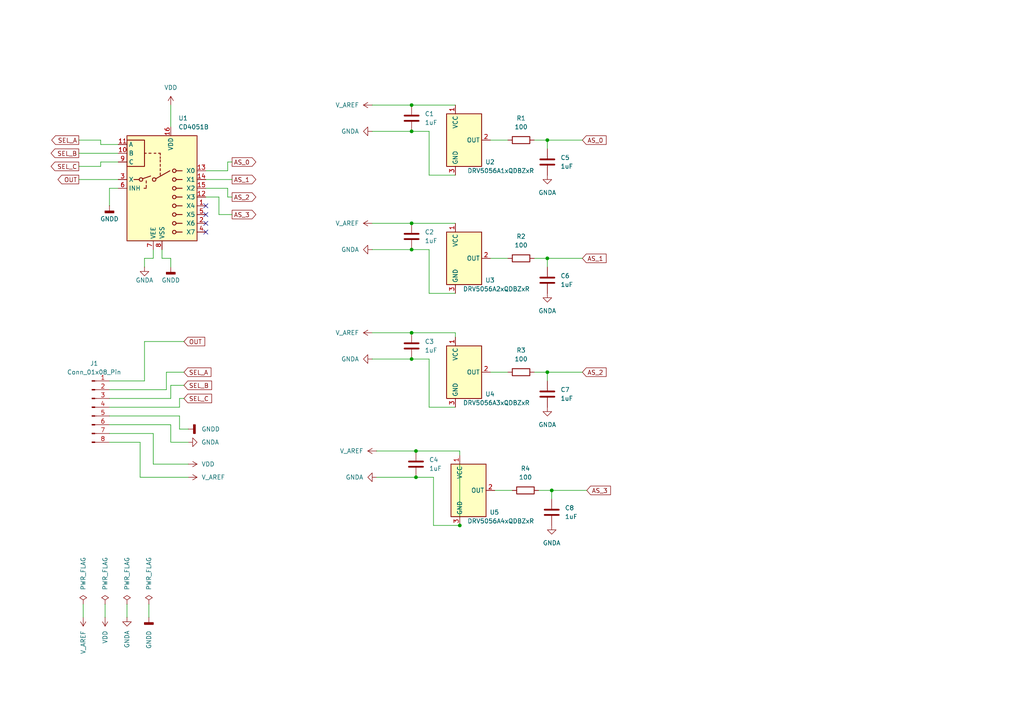
<source format=kicad_sch>
(kicad_sch
	(version 20231120)
	(generator "eeschema")
	(generator_version "8.0")
	(uuid "bc912bb6-7985-407f-bcee-658a2bff2f4b")
	(paper "A4")
	(lib_symbols
		(symbol "Analog_Switch:CD4051B"
			(exclude_from_sim no)
			(in_bom yes)
			(on_board yes)
			(property "Reference" "U"
				(at -10.16 16.51 0)
				(effects
					(font
						(size 1.27 1.27)
					)
					(justify left)
				)
			)
			(property "Value" "CD4051B"
				(at 3.81 16.51 0)
				(effects
					(font
						(size 1.27 1.27)
					)
					(justify left)
				)
			)
			(property "Footprint" ""
				(at 3.81 -19.05 0)
				(effects
					(font
						(size 1.27 1.27)
					)
					(justify left)
					(hide yes)
				)
			)
			(property "Datasheet" "http://www.ti.com/lit/ds/symlink/cd4052b.pdf"
				(at -0.508 2.54 0)
				(effects
					(font
						(size 1.27 1.27)
					)
					(hide yes)
				)
			)
			(property "Description" "CMOS single 8-channel analog multiplexer demultiplexer, TSSOP-16/DIP-16/SOIC-16"
				(at 0 0 0)
				(effects
					(font
						(size 1.27 1.27)
					)
					(hide yes)
				)
			)
			(property "ki_keywords" "analog switch selector multiplexer"
				(at 0 0 0)
				(effects
					(font
						(size 1.27 1.27)
					)
					(hide yes)
				)
			)
			(property "ki_fp_filters" "TSSOP*4.4x5mm*P0.65mm* DIP*W7.62* SOIC*3.9x9.9mm*P1.27mm* SO*5.3x10.2mm*P1.27mm*"
				(at 0 0 0)
				(effects
					(font
						(size 1.27 1.27)
					)
					(hide yes)
				)
			)
			(symbol "CD4051B_0_1"
				(rectangle
					(start -10.16 6.35)
					(end -5.08 13.97)
					(stroke
						(width 0.254)
						(type default)
					)
					(fill
						(type none)
					)
				)
				(rectangle
					(start -10.16 15.24)
					(end 10.16 -15.24)
					(stroke
						(width 0.254)
						(type default)
					)
					(fill
						(type background)
					)
				)
				(circle
					(center -6.096 2.54)
					(radius 0.508)
					(stroke
						(width 0.254)
						(type default)
					)
					(fill
						(type none)
					)
				)
				(circle
					(center -2.286 2.54)
					(radius 0.508)
					(stroke
						(width 0.254)
						(type default)
					)
					(fill
						(type none)
					)
				)
				(polyline
					(pts
						(xy -8.128 2.54) (xy -6.604 2.54)
					)
					(stroke
						(width 0.254)
						(type default)
					)
					(fill
						(type none)
					)
				)
				(polyline
					(pts
						(xy -5.588 2.794) (xy -3.302 3.556)
					)
					(stroke
						(width 0.254)
						(type default)
					)
					(fill
						(type none)
					)
				)
				(polyline
					(pts
						(xy -4.572 0) (xy -5.207 0)
					)
					(stroke
						(width 0.254)
						(type default)
					)
					(fill
						(type none)
					)
				)
				(polyline
					(pts
						(xy -4.572 0.254) (xy -4.572 0.889)
					)
					(stroke
						(width 0.254)
						(type default)
					)
					(fill
						(type none)
					)
				)
				(polyline
					(pts
						(xy -4.572 1.524) (xy -4.572 2.159)
					)
					(stroke
						(width 0.254)
						(type default)
					)
					(fill
						(type none)
					)
				)
				(polyline
					(pts
						(xy -4.572 10.16) (xy -5.08 10.16)
					)
					(stroke
						(width 0.254)
						(type default)
					)
					(fill
						(type none)
					)
				)
				(polyline
					(pts
						(xy -3.81 10.16) (xy -3.175 10.16)
					)
					(stroke
						(width 0.254)
						(type default)
					)
					(fill
						(type none)
					)
				)
				(polyline
					(pts
						(xy -1.778 2.794) (xy 2.286 5.08)
					)
					(stroke
						(width 0.254)
						(type default)
					)
					(fill
						(type none)
					)
				)
				(polyline
					(pts
						(xy -1.778 10.16) (xy -2.286 10.16)
					)
					(stroke
						(width 0.254)
						(type default)
					)
					(fill
						(type none)
					)
				)
				(polyline
					(pts
						(xy -0.508 3.81) (xy -0.508 4.445)
					)
					(stroke
						(width 0.254)
						(type default)
					)
					(fill
						(type none)
					)
				)
				(polyline
					(pts
						(xy -0.508 5.08) (xy -0.508 5.715)
					)
					(stroke
						(width 0.254)
						(type default)
					)
					(fill
						(type none)
					)
				)
				(polyline
					(pts
						(xy -0.508 6.35) (xy -0.508 6.985)
					)
					(stroke
						(width 0.254)
						(type default)
					)
					(fill
						(type none)
					)
				)
				(polyline
					(pts
						(xy -0.508 7.62) (xy -0.508 8.255)
					)
					(stroke
						(width 0.254)
						(type default)
					)
					(fill
						(type none)
					)
				)
				(polyline
					(pts
						(xy -0.508 8.636) (xy -0.508 9.144)
					)
					(stroke
						(width 0.254)
						(type default)
					)
					(fill
						(type none)
					)
				)
				(polyline
					(pts
						(xy -0.508 9.652) (xy -0.508 10.16)
					)
					(stroke
						(width 0.254)
						(type default)
					)
					(fill
						(type none)
					)
				)
				(polyline
					(pts
						(xy -0.508 10.16) (xy -1.016 10.16)
					)
					(stroke
						(width 0.254)
						(type default)
					)
					(fill
						(type none)
					)
				)
				(polyline
					(pts
						(xy 4.064 -12.7) (xy 5.842 -12.7)
					)
					(stroke
						(width 0.254)
						(type default)
					)
					(fill
						(type none)
					)
				)
				(polyline
					(pts
						(xy 4.064 -10.16) (xy 5.842 -10.16)
					)
					(stroke
						(width 0.254)
						(type default)
					)
					(fill
						(type none)
					)
				)
				(polyline
					(pts
						(xy 4.064 -7.62) (xy 5.842 -7.62)
					)
					(stroke
						(width 0.254)
						(type default)
					)
					(fill
						(type none)
					)
				)
				(polyline
					(pts
						(xy 4.064 -5.08) (xy 5.842 -5.08)
					)
					(stroke
						(width 0.254)
						(type default)
					)
					(fill
						(type none)
					)
				)
				(polyline
					(pts
						(xy 4.064 -2.54) (xy 5.842 -2.54)
					)
					(stroke
						(width 0.254)
						(type default)
					)
					(fill
						(type none)
					)
				)
				(polyline
					(pts
						(xy 4.064 0) (xy 5.842 0)
					)
					(stroke
						(width 0.254)
						(type default)
					)
					(fill
						(type none)
					)
				)
				(polyline
					(pts
						(xy 4.064 2.54) (xy 5.842 2.54)
					)
					(stroke
						(width 0.254)
						(type default)
					)
					(fill
						(type none)
					)
				)
				(polyline
					(pts
						(xy 4.064 5.08) (xy 5.842 5.08)
					)
					(stroke
						(width 0.254)
						(type default)
					)
					(fill
						(type none)
					)
				)
				(circle
					(center 3.556 -12.7)
					(radius 0.508)
					(stroke
						(width 0.254)
						(type default)
					)
					(fill
						(type none)
					)
				)
				(circle
					(center 3.556 -10.16)
					(radius 0.508)
					(stroke
						(width 0.254)
						(type default)
					)
					(fill
						(type none)
					)
				)
				(circle
					(center 3.556 -7.62)
					(radius 0.508)
					(stroke
						(width 0.254)
						(type default)
					)
					(fill
						(type none)
					)
				)
				(circle
					(center 3.556 -5.08)
					(radius 0.508)
					(stroke
						(width 0.254)
						(type default)
					)
					(fill
						(type none)
					)
				)
				(circle
					(center 3.556 -2.54)
					(radius 0.508)
					(stroke
						(width 0.254)
						(type default)
					)
					(fill
						(type none)
					)
				)
				(circle
					(center 3.556 0)
					(radius 0.508)
					(stroke
						(width 0.254)
						(type default)
					)
					(fill
						(type none)
					)
				)
				(circle
					(center 3.556 2.54)
					(radius 0.508)
					(stroke
						(width 0.254)
						(type default)
					)
					(fill
						(type none)
					)
				)
				(circle
					(center 3.556 5.08)
					(radius 0.508)
					(stroke
						(width 0.254)
						(type default)
					)
					(fill
						(type none)
					)
				)
			)
			(symbol "CD4051B_1_1"
				(pin bidirectional line
					(at 12.7 -5.08 180)
					(length 2.54)
					(name "X4"
						(effects
							(font
								(size 1.27 1.27)
							)
						)
					)
					(number "1"
						(effects
							(font
								(size 1.27 1.27)
							)
						)
					)
				)
				(pin input line
					(at -12.7 10.16 0)
					(length 2.54)
					(name "B"
						(effects
							(font
								(size 1.27 1.27)
							)
						)
					)
					(number "10"
						(effects
							(font
								(size 1.27 1.27)
							)
						)
					)
				)
				(pin input line
					(at -12.7 12.7 0)
					(length 2.54)
					(name "A"
						(effects
							(font
								(size 1.27 1.27)
							)
						)
					)
					(number "11"
						(effects
							(font
								(size 1.27 1.27)
							)
						)
					)
				)
				(pin bidirectional line
					(at 12.7 -2.54 180)
					(length 2.54)
					(name "X3"
						(effects
							(font
								(size 1.27 1.27)
							)
						)
					)
					(number "12"
						(effects
							(font
								(size 1.27 1.27)
							)
						)
					)
				)
				(pin bidirectional line
					(at 12.7 5.08 180)
					(length 2.54)
					(name "X0"
						(effects
							(font
								(size 1.27 1.27)
							)
						)
					)
					(number "13"
						(effects
							(font
								(size 1.27 1.27)
							)
						)
					)
				)
				(pin bidirectional line
					(at 12.7 2.54 180)
					(length 2.54)
					(name "X1"
						(effects
							(font
								(size 1.27 1.27)
							)
						)
					)
					(number "14"
						(effects
							(font
								(size 1.27 1.27)
							)
						)
					)
				)
				(pin bidirectional line
					(at 12.7 0 180)
					(length 2.54)
					(name "X2"
						(effects
							(font
								(size 1.27 1.27)
							)
						)
					)
					(number "15"
						(effects
							(font
								(size 1.27 1.27)
							)
						)
					)
				)
				(pin power_in line
					(at 2.54 17.78 270)
					(length 2.54)
					(name "VDD"
						(effects
							(font
								(size 1.27 1.27)
							)
						)
					)
					(number "16"
						(effects
							(font
								(size 1.27 1.27)
							)
						)
					)
				)
				(pin bidirectional line
					(at 12.7 -10.16 180)
					(length 2.54)
					(name "X6"
						(effects
							(font
								(size 1.27 1.27)
							)
						)
					)
					(number "2"
						(effects
							(font
								(size 1.27 1.27)
							)
						)
					)
				)
				(pin bidirectional line
					(at -12.7 2.54 0)
					(length 2.54)
					(name "X"
						(effects
							(font
								(size 1.27 1.27)
							)
						)
					)
					(number "3"
						(effects
							(font
								(size 1.27 1.27)
							)
						)
					)
				)
				(pin bidirectional line
					(at 12.7 -12.7 180)
					(length 2.54)
					(name "X7"
						(effects
							(font
								(size 1.27 1.27)
							)
						)
					)
					(number "4"
						(effects
							(font
								(size 1.27 1.27)
							)
						)
					)
				)
				(pin bidirectional line
					(at 12.7 -7.62 180)
					(length 2.54)
					(name "X5"
						(effects
							(font
								(size 1.27 1.27)
							)
						)
					)
					(number "5"
						(effects
							(font
								(size 1.27 1.27)
							)
						)
					)
				)
				(pin input line
					(at -12.7 0 0)
					(length 2.54)
					(name "INH"
						(effects
							(font
								(size 1.27 1.27)
							)
						)
					)
					(number "6"
						(effects
							(font
								(size 1.27 1.27)
							)
						)
					)
				)
				(pin power_in line
					(at -2.54 -17.78 90)
					(length 2.54)
					(name "VEE"
						(effects
							(font
								(size 1.27 1.27)
							)
						)
					)
					(number "7"
						(effects
							(font
								(size 1.27 1.27)
							)
						)
					)
				)
				(pin power_in line
					(at 0 -17.78 90)
					(length 2.54)
					(name "VSS"
						(effects
							(font
								(size 1.27 1.27)
							)
						)
					)
					(number "8"
						(effects
							(font
								(size 1.27 1.27)
							)
						)
					)
				)
				(pin input line
					(at -12.7 7.62 0)
					(length 2.54)
					(name "C"
						(effects
							(font
								(size 1.27 1.27)
							)
						)
					)
					(number "9"
						(effects
							(font
								(size 1.27 1.27)
							)
						)
					)
				)
			)
		)
		(symbol "Connector:Conn_01x08_Pin"
			(pin_names
				(offset 1.016) hide)
			(exclude_from_sim no)
			(in_bom yes)
			(on_board yes)
			(property "Reference" "J"
				(at 0 10.16 0)
				(effects
					(font
						(size 1.27 1.27)
					)
				)
			)
			(property "Value" "Conn_01x08_Pin"
				(at 0 -12.7 0)
				(effects
					(font
						(size 1.27 1.27)
					)
				)
			)
			(property "Footprint" ""
				(at 0 0 0)
				(effects
					(font
						(size 1.27 1.27)
					)
					(hide yes)
				)
			)
			(property "Datasheet" "~"
				(at 0 0 0)
				(effects
					(font
						(size 1.27 1.27)
					)
					(hide yes)
				)
			)
			(property "Description" "Generic connector, single row, 01x08, script generated"
				(at 0 0 0)
				(effects
					(font
						(size 1.27 1.27)
					)
					(hide yes)
				)
			)
			(property "ki_locked" ""
				(at 0 0 0)
				(effects
					(font
						(size 1.27 1.27)
					)
				)
			)
			(property "ki_keywords" "connector"
				(at 0 0 0)
				(effects
					(font
						(size 1.27 1.27)
					)
					(hide yes)
				)
			)
			(property "ki_fp_filters" "Connector*:*_1x??_*"
				(at 0 0 0)
				(effects
					(font
						(size 1.27 1.27)
					)
					(hide yes)
				)
			)
			(symbol "Conn_01x08_Pin_1_1"
				(polyline
					(pts
						(xy 1.27 -10.16) (xy 0.8636 -10.16)
					)
					(stroke
						(width 0.1524)
						(type default)
					)
					(fill
						(type none)
					)
				)
				(polyline
					(pts
						(xy 1.27 -7.62) (xy 0.8636 -7.62)
					)
					(stroke
						(width 0.1524)
						(type default)
					)
					(fill
						(type none)
					)
				)
				(polyline
					(pts
						(xy 1.27 -5.08) (xy 0.8636 -5.08)
					)
					(stroke
						(width 0.1524)
						(type default)
					)
					(fill
						(type none)
					)
				)
				(polyline
					(pts
						(xy 1.27 -2.54) (xy 0.8636 -2.54)
					)
					(stroke
						(width 0.1524)
						(type default)
					)
					(fill
						(type none)
					)
				)
				(polyline
					(pts
						(xy 1.27 0) (xy 0.8636 0)
					)
					(stroke
						(width 0.1524)
						(type default)
					)
					(fill
						(type none)
					)
				)
				(polyline
					(pts
						(xy 1.27 2.54) (xy 0.8636 2.54)
					)
					(stroke
						(width 0.1524)
						(type default)
					)
					(fill
						(type none)
					)
				)
				(polyline
					(pts
						(xy 1.27 5.08) (xy 0.8636 5.08)
					)
					(stroke
						(width 0.1524)
						(type default)
					)
					(fill
						(type none)
					)
				)
				(polyline
					(pts
						(xy 1.27 7.62) (xy 0.8636 7.62)
					)
					(stroke
						(width 0.1524)
						(type default)
					)
					(fill
						(type none)
					)
				)
				(rectangle
					(start 0.8636 -10.033)
					(end 0 -10.287)
					(stroke
						(width 0.1524)
						(type default)
					)
					(fill
						(type outline)
					)
				)
				(rectangle
					(start 0.8636 -7.493)
					(end 0 -7.747)
					(stroke
						(width 0.1524)
						(type default)
					)
					(fill
						(type outline)
					)
				)
				(rectangle
					(start 0.8636 -4.953)
					(end 0 -5.207)
					(stroke
						(width 0.1524)
						(type default)
					)
					(fill
						(type outline)
					)
				)
				(rectangle
					(start 0.8636 -2.413)
					(end 0 -2.667)
					(stroke
						(width 0.1524)
						(type default)
					)
					(fill
						(type outline)
					)
				)
				(rectangle
					(start 0.8636 0.127)
					(end 0 -0.127)
					(stroke
						(width 0.1524)
						(type default)
					)
					(fill
						(type outline)
					)
				)
				(rectangle
					(start 0.8636 2.667)
					(end 0 2.413)
					(stroke
						(width 0.1524)
						(type default)
					)
					(fill
						(type outline)
					)
				)
				(rectangle
					(start 0.8636 5.207)
					(end 0 4.953)
					(stroke
						(width 0.1524)
						(type default)
					)
					(fill
						(type outline)
					)
				)
				(rectangle
					(start 0.8636 7.747)
					(end 0 7.493)
					(stroke
						(width 0.1524)
						(type default)
					)
					(fill
						(type outline)
					)
				)
				(pin passive line
					(at 5.08 7.62 180)
					(length 3.81)
					(name "Pin_1"
						(effects
							(font
								(size 1.27 1.27)
							)
						)
					)
					(number "1"
						(effects
							(font
								(size 1.27 1.27)
							)
						)
					)
				)
				(pin passive line
					(at 5.08 5.08 180)
					(length 3.81)
					(name "Pin_2"
						(effects
							(font
								(size 1.27 1.27)
							)
						)
					)
					(number "2"
						(effects
							(font
								(size 1.27 1.27)
							)
						)
					)
				)
				(pin passive line
					(at 5.08 2.54 180)
					(length 3.81)
					(name "Pin_3"
						(effects
							(font
								(size 1.27 1.27)
							)
						)
					)
					(number "3"
						(effects
							(font
								(size 1.27 1.27)
							)
						)
					)
				)
				(pin passive line
					(at 5.08 0 180)
					(length 3.81)
					(name "Pin_4"
						(effects
							(font
								(size 1.27 1.27)
							)
						)
					)
					(number "4"
						(effects
							(font
								(size 1.27 1.27)
							)
						)
					)
				)
				(pin passive line
					(at 5.08 -2.54 180)
					(length 3.81)
					(name "Pin_5"
						(effects
							(font
								(size 1.27 1.27)
							)
						)
					)
					(number "5"
						(effects
							(font
								(size 1.27 1.27)
							)
						)
					)
				)
				(pin passive line
					(at 5.08 -5.08 180)
					(length 3.81)
					(name "Pin_6"
						(effects
							(font
								(size 1.27 1.27)
							)
						)
					)
					(number "6"
						(effects
							(font
								(size 1.27 1.27)
							)
						)
					)
				)
				(pin passive line
					(at 5.08 -7.62 180)
					(length 3.81)
					(name "Pin_7"
						(effects
							(font
								(size 1.27 1.27)
							)
						)
					)
					(number "7"
						(effects
							(font
								(size 1.27 1.27)
							)
						)
					)
				)
				(pin passive line
					(at 5.08 -10.16 180)
					(length 3.81)
					(name "Pin_8"
						(effects
							(font
								(size 1.27 1.27)
							)
						)
					)
					(number "8"
						(effects
							(font
								(size 1.27 1.27)
							)
						)
					)
				)
			)
		)
		(symbol "Device:C"
			(pin_numbers hide)
			(pin_names
				(offset 0.254)
			)
			(exclude_from_sim no)
			(in_bom yes)
			(on_board yes)
			(property "Reference" "C"
				(at 0.635 2.54 0)
				(effects
					(font
						(size 1.27 1.27)
					)
					(justify left)
				)
			)
			(property "Value" "C"
				(at 0.635 -2.54 0)
				(effects
					(font
						(size 1.27 1.27)
					)
					(justify left)
				)
			)
			(property "Footprint" ""
				(at 0.9652 -3.81 0)
				(effects
					(font
						(size 1.27 1.27)
					)
					(hide yes)
				)
			)
			(property "Datasheet" "~"
				(at 0 0 0)
				(effects
					(font
						(size 1.27 1.27)
					)
					(hide yes)
				)
			)
			(property "Description" "Unpolarized capacitor"
				(at 0 0 0)
				(effects
					(font
						(size 1.27 1.27)
					)
					(hide yes)
				)
			)
			(property "ki_keywords" "cap capacitor"
				(at 0 0 0)
				(effects
					(font
						(size 1.27 1.27)
					)
					(hide yes)
				)
			)
			(property "ki_fp_filters" "C_*"
				(at 0 0 0)
				(effects
					(font
						(size 1.27 1.27)
					)
					(hide yes)
				)
			)
			(symbol "C_0_1"
				(polyline
					(pts
						(xy -2.032 -0.762) (xy 2.032 -0.762)
					)
					(stroke
						(width 0.508)
						(type default)
					)
					(fill
						(type none)
					)
				)
				(polyline
					(pts
						(xy -2.032 0.762) (xy 2.032 0.762)
					)
					(stroke
						(width 0.508)
						(type default)
					)
					(fill
						(type none)
					)
				)
			)
			(symbol "C_1_1"
				(pin passive line
					(at 0 3.81 270)
					(length 2.794)
					(name "~"
						(effects
							(font
								(size 1.27 1.27)
							)
						)
					)
					(number "1"
						(effects
							(font
								(size 1.27 1.27)
							)
						)
					)
				)
				(pin passive line
					(at 0 -3.81 90)
					(length 2.794)
					(name "~"
						(effects
							(font
								(size 1.27 1.27)
							)
						)
					)
					(number "2"
						(effects
							(font
								(size 1.27 1.27)
							)
						)
					)
				)
			)
		)
		(symbol "Device:R"
			(pin_numbers hide)
			(pin_names
				(offset 0)
			)
			(exclude_from_sim no)
			(in_bom yes)
			(on_board yes)
			(property "Reference" "R"
				(at 2.032 0 90)
				(effects
					(font
						(size 1.27 1.27)
					)
				)
			)
			(property "Value" "R"
				(at 0 0 90)
				(effects
					(font
						(size 1.27 1.27)
					)
				)
			)
			(property "Footprint" ""
				(at -1.778 0 90)
				(effects
					(font
						(size 1.27 1.27)
					)
					(hide yes)
				)
			)
			(property "Datasheet" "~"
				(at 0 0 0)
				(effects
					(font
						(size 1.27 1.27)
					)
					(hide yes)
				)
			)
			(property "Description" "Resistor"
				(at 0 0 0)
				(effects
					(font
						(size 1.27 1.27)
					)
					(hide yes)
				)
			)
			(property "ki_keywords" "R res resistor"
				(at 0 0 0)
				(effects
					(font
						(size 1.27 1.27)
					)
					(hide yes)
				)
			)
			(property "ki_fp_filters" "R_*"
				(at 0 0 0)
				(effects
					(font
						(size 1.27 1.27)
					)
					(hide yes)
				)
			)
			(symbol "R_0_1"
				(rectangle
					(start -1.016 -2.54)
					(end 1.016 2.54)
					(stroke
						(width 0.254)
						(type default)
					)
					(fill
						(type none)
					)
				)
			)
			(symbol "R_1_1"
				(pin passive line
					(at 0 3.81 270)
					(length 1.27)
					(name "~"
						(effects
							(font
								(size 1.27 1.27)
							)
						)
					)
					(number "1"
						(effects
							(font
								(size 1.27 1.27)
							)
						)
					)
				)
				(pin passive line
					(at 0 -3.81 90)
					(length 1.27)
					(name "~"
						(effects
							(font
								(size 1.27 1.27)
							)
						)
					)
					(number "2"
						(effects
							(font
								(size 1.27 1.27)
							)
						)
					)
				)
			)
		)
		(symbol "power:GNDA"
			(power)
			(pin_numbers hide)
			(pin_names
				(offset 0) hide)
			(exclude_from_sim no)
			(in_bom yes)
			(on_board yes)
			(property "Reference" "#PWR"
				(at 0 -6.35 0)
				(effects
					(font
						(size 1.27 1.27)
					)
					(hide yes)
				)
			)
			(property "Value" "GNDA"
				(at 0 -3.81 0)
				(effects
					(font
						(size 1.27 1.27)
					)
				)
			)
			(property "Footprint" ""
				(at 0 0 0)
				(effects
					(font
						(size 1.27 1.27)
					)
					(hide yes)
				)
			)
			(property "Datasheet" ""
				(at 0 0 0)
				(effects
					(font
						(size 1.27 1.27)
					)
					(hide yes)
				)
			)
			(property "Description" "Power symbol creates a global label with name \"GNDA\" , analog ground"
				(at 0 0 0)
				(effects
					(font
						(size 1.27 1.27)
					)
					(hide yes)
				)
			)
			(property "ki_keywords" "global power"
				(at 0 0 0)
				(effects
					(font
						(size 1.27 1.27)
					)
					(hide yes)
				)
			)
			(symbol "GNDA_0_1"
				(polyline
					(pts
						(xy 0 0) (xy 0 -1.27) (xy 1.27 -1.27) (xy 0 -2.54) (xy -1.27 -1.27) (xy 0 -1.27)
					)
					(stroke
						(width 0)
						(type default)
					)
					(fill
						(type none)
					)
				)
			)
			(symbol "GNDA_1_1"
				(pin power_in line
					(at 0 0 270)
					(length 0)
					(name "~"
						(effects
							(font
								(size 1.27 1.27)
							)
						)
					)
					(number "1"
						(effects
							(font
								(size 1.27 1.27)
							)
						)
					)
				)
			)
		)
		(symbol "power:GNDD"
			(power)
			(pin_numbers hide)
			(pin_names
				(offset 0) hide)
			(exclude_from_sim no)
			(in_bom yes)
			(on_board yes)
			(property "Reference" "#PWR"
				(at 0 -6.35 0)
				(effects
					(font
						(size 1.27 1.27)
					)
					(hide yes)
				)
			)
			(property "Value" "GNDD"
				(at 0 -3.175 0)
				(effects
					(font
						(size 1.27 1.27)
					)
				)
			)
			(property "Footprint" ""
				(at 0 0 0)
				(effects
					(font
						(size 1.27 1.27)
					)
					(hide yes)
				)
			)
			(property "Datasheet" ""
				(at 0 0 0)
				(effects
					(font
						(size 1.27 1.27)
					)
					(hide yes)
				)
			)
			(property "Description" "Power symbol creates a global label with name \"GNDD\" , digital ground"
				(at 0 0 0)
				(effects
					(font
						(size 1.27 1.27)
					)
					(hide yes)
				)
			)
			(property "ki_keywords" "global power"
				(at 0 0 0)
				(effects
					(font
						(size 1.27 1.27)
					)
					(hide yes)
				)
			)
			(symbol "GNDD_0_1"
				(rectangle
					(start -1.27 -1.524)
					(end 1.27 -2.032)
					(stroke
						(width 0.254)
						(type default)
					)
					(fill
						(type outline)
					)
				)
				(polyline
					(pts
						(xy 0 0) (xy 0 -1.524)
					)
					(stroke
						(width 0)
						(type default)
					)
					(fill
						(type none)
					)
				)
			)
			(symbol "GNDD_1_1"
				(pin power_in line
					(at 0 0 270)
					(length 0)
					(name "~"
						(effects
							(font
								(size 1.27 1.27)
							)
						)
					)
					(number "1"
						(effects
							(font
								(size 1.27 1.27)
							)
						)
					)
				)
			)
		)
		(symbol "power:PWR_FLAG"
			(power)
			(pin_numbers hide)
			(pin_names
				(offset 0) hide)
			(exclude_from_sim no)
			(in_bom yes)
			(on_board yes)
			(property "Reference" "#FLG"
				(at 0 1.905 0)
				(effects
					(font
						(size 1.27 1.27)
					)
					(hide yes)
				)
			)
			(property "Value" "PWR_FLAG"
				(at 0 3.81 0)
				(effects
					(font
						(size 1.27 1.27)
					)
				)
			)
			(property "Footprint" ""
				(at 0 0 0)
				(effects
					(font
						(size 1.27 1.27)
					)
					(hide yes)
				)
			)
			(property "Datasheet" "~"
				(at 0 0 0)
				(effects
					(font
						(size 1.27 1.27)
					)
					(hide yes)
				)
			)
			(property "Description" "Special symbol for telling ERC where power comes from"
				(at 0 0 0)
				(effects
					(font
						(size 1.27 1.27)
					)
					(hide yes)
				)
			)
			(property "ki_keywords" "flag power"
				(at 0 0 0)
				(effects
					(font
						(size 1.27 1.27)
					)
					(hide yes)
				)
			)
			(symbol "PWR_FLAG_0_0"
				(pin power_out line
					(at 0 0 90)
					(length 0)
					(name "~"
						(effects
							(font
								(size 1.27 1.27)
							)
						)
					)
					(number "1"
						(effects
							(font
								(size 1.27 1.27)
							)
						)
					)
				)
			)
			(symbol "PWR_FLAG_0_1"
				(polyline
					(pts
						(xy 0 0) (xy 0 1.27) (xy -1.016 1.905) (xy 0 2.54) (xy 1.016 1.905) (xy 0 1.27)
					)
					(stroke
						(width 0)
						(type default)
					)
					(fill
						(type none)
					)
				)
			)
		)
		(symbol "power:VDD"
			(power)
			(pin_numbers hide)
			(pin_names
				(offset 0) hide)
			(exclude_from_sim no)
			(in_bom yes)
			(on_board yes)
			(property "Reference" "#PWR"
				(at 0 -3.81 0)
				(effects
					(font
						(size 1.27 1.27)
					)
					(hide yes)
				)
			)
			(property "Value" "VDD"
				(at 0 3.556 0)
				(effects
					(font
						(size 1.27 1.27)
					)
				)
			)
			(property "Footprint" ""
				(at 0 0 0)
				(effects
					(font
						(size 1.27 1.27)
					)
					(hide yes)
				)
			)
			(property "Datasheet" ""
				(at 0 0 0)
				(effects
					(font
						(size 1.27 1.27)
					)
					(hide yes)
				)
			)
			(property "Description" "Power symbol creates a global label with name \"VDD\""
				(at 0 0 0)
				(effects
					(font
						(size 1.27 1.27)
					)
					(hide yes)
				)
			)
			(property "ki_keywords" "global power"
				(at 0 0 0)
				(effects
					(font
						(size 1.27 1.27)
					)
					(hide yes)
				)
			)
			(symbol "VDD_0_1"
				(polyline
					(pts
						(xy -0.762 1.27) (xy 0 2.54)
					)
					(stroke
						(width 0)
						(type default)
					)
					(fill
						(type none)
					)
				)
				(polyline
					(pts
						(xy 0 0) (xy 0 2.54)
					)
					(stroke
						(width 0)
						(type default)
					)
					(fill
						(type none)
					)
				)
				(polyline
					(pts
						(xy 0 2.54) (xy 0.762 1.27)
					)
					(stroke
						(width 0)
						(type default)
					)
					(fill
						(type none)
					)
				)
			)
			(symbol "VDD_1_1"
				(pin power_in line
					(at 0 0 90)
					(length 0)
					(name "~"
						(effects
							(font
								(size 1.27 1.27)
							)
						)
					)
					(number "1"
						(effects
							(font
								(size 1.27 1.27)
							)
						)
					)
				)
			)
		)
		(symbol "udong_library:DRV5056A1xQDBZxR"
			(exclude_from_sim no)
			(in_bom yes)
			(on_board yes)
			(property "Reference" "U"
				(at 0.508 9.906 0)
				(effects
					(font
						(size 1.27 1.27)
					)
				)
			)
			(property "Value" "DRV5056A1xQDBZxR"
				(at 7.874 -9.144 0)
				(effects
					(font
						(size 1.27 1.27)
					)
				)
			)
			(property "Footprint" "Package_TO_SOT_SMD:SOT-23"
				(at -10.16 -17.78 0)
				(effects
					(font
						(size 1.27 1.27)
					)
					(hide yes)
				)
			)
			(property "Datasheet" "https://www.ti.com/lit/ds/symlink/drv5056.pdf"
				(at -1.27 -20.32 0)
				(effects
					(font
						(size 1.27 1.27)
					)
					(hide yes)
				)
			)
			(property "Description" "Unipolar 200 mV/mT,+20-mT, 20-kHz, 3.3/5V, SOT-23"
				(at 3.81 -22.86 0)
				(effects
					(font
						(size 1.27 1.27)
					)
					(hide yes)
				)
			)
			(property "ki_keywords" "Unipolar Ratiometric Linear Hall Effect Sensor"
				(at 0 0 0)
				(effects
					(font
						(size 1.27 1.27)
					)
					(hide yes)
				)
			)
			(property "ki_fp_filters" "SOT?23*"
				(at 0 0 0)
				(effects
					(font
						(size 1.27 1.27)
					)
					(hide yes)
				)
			)
			(symbol "DRV5056A1xQDBZxR_1_1"
				(rectangle
					(start -5.08 7.62)
					(end 5.08 -7.62)
					(stroke
						(width 0.254)
						(type default)
					)
					(fill
						(type background)
					)
				)
				(pin power_in line
					(at -2.54 10.16 270)
					(length 2.54)
					(name "VCC"
						(effects
							(font
								(size 1.27 1.27)
							)
						)
					)
					(number "1"
						(effects
							(font
								(size 1.27 1.27)
							)
						)
					)
				)
				(pin output line
					(at 7.62 0 180)
					(length 2.54)
					(name "OUT"
						(effects
							(font
								(size 1.27 1.27)
							)
						)
					)
					(number "2"
						(effects
							(font
								(size 1.27 1.27)
							)
						)
					)
				)
				(pin power_in line
					(at -2.54 -10.16 90)
					(length 2.54)
					(name "GND"
						(effects
							(font
								(size 1.27 1.27)
							)
						)
					)
					(number "3"
						(effects
							(font
								(size 1.27 1.27)
							)
						)
					)
				)
			)
		)
		(symbol "udong_library:DRV5056A2xQDBZxR"
			(exclude_from_sim no)
			(in_bom yes)
			(on_board yes)
			(property "Reference" "U"
				(at 0.508 9.906 0)
				(effects
					(font
						(size 1.27 1.27)
					)
				)
			)
			(property "Value" "DRV5056A2xQDBZxR"
				(at 7.874 -9.144 0)
				(effects
					(font
						(size 1.27 1.27)
					)
				)
			)
			(property "Footprint" "Package_TO_SOT_SMD:SOT-23"
				(at -10.16 -17.78 0)
				(effects
					(font
						(size 1.27 1.27)
					)
					(hide yes)
				)
			)
			(property "Datasheet" "https://www.ti.com/lit/ds/symlink/drv5056.pdf"
				(at -1.524 -19.812 0)
				(effects
					(font
						(size 1.27 1.27)
					)
					(hide yes)
				)
			)
			(property "Description" "Unipolar 100 mV/mT,+39-mT, 20-kHz, 3.3/5V, SOT-23"
				(at -1.524 -22.098 0)
				(effects
					(font
						(size 1.27 1.27)
					)
					(hide yes)
				)
			)
			(property "ki_keywords" "Unipolar Ratiometric Linear Hall Effect Sensor"
				(at 0 0 0)
				(effects
					(font
						(size 1.27 1.27)
					)
					(hide yes)
				)
			)
			(property "ki_fp_filters" "SOT?23*"
				(at 0 0 0)
				(effects
					(font
						(size 1.27 1.27)
					)
					(hide yes)
				)
			)
			(symbol "DRV5056A2xQDBZxR_1_1"
				(rectangle
					(start -5.08 7.62)
					(end 5.08 -7.62)
					(stroke
						(width 0.254)
						(type default)
					)
					(fill
						(type background)
					)
				)
				(pin power_in line
					(at -2.54 10.16 270)
					(length 2.54)
					(name "VCC"
						(effects
							(font
								(size 1.27 1.27)
							)
						)
					)
					(number "1"
						(effects
							(font
								(size 1.27 1.27)
							)
						)
					)
				)
				(pin output line
					(at 7.62 0 180)
					(length 2.54)
					(name "OUT"
						(effects
							(font
								(size 1.27 1.27)
							)
						)
					)
					(number "2"
						(effects
							(font
								(size 1.27 1.27)
							)
						)
					)
				)
				(pin power_in line
					(at -2.54 -10.16 90)
					(length 2.54)
					(name "GND"
						(effects
							(font
								(size 1.27 1.27)
							)
						)
					)
					(number "3"
						(effects
							(font
								(size 1.27 1.27)
							)
						)
					)
				)
			)
		)
		(symbol "udong_library:DRV5056A3xQDBZxR"
			(exclude_from_sim no)
			(in_bom yes)
			(on_board yes)
			(property "Reference" "U"
				(at 0.508 9.906 0)
				(effects
					(font
						(size 1.27 1.27)
					)
				)
			)
			(property "Value" "DRV5056A3xQDBZxR"
				(at 7.874 -9.144 0)
				(effects
					(font
						(size 1.27 1.27)
					)
				)
			)
			(property "Footprint" "Package_TO_SOT_SMD:SOT-23"
				(at -10.16 -17.78 0)
				(effects
					(font
						(size 1.27 1.27)
					)
					(hide yes)
				)
			)
			(property "Datasheet" "https://www.ti.com/lit/ds/symlink/drv5056.pdf"
				(at -1.524 -19.812 0)
				(effects
					(font
						(size 1.27 1.27)
					)
					(hide yes)
				)
			)
			(property "Description" "Unipolar 50 mV/mT,+79-mT, 20-kHz, 3.3/5V, SOT-23"
				(at -1.524 -22.098 0)
				(effects
					(font
						(size 1.27 1.27)
					)
					(hide yes)
				)
			)
			(property "ki_keywords" "Unipolar Ratiometric Linear Hall Effect Sensor"
				(at 0 0 0)
				(effects
					(font
						(size 1.27 1.27)
					)
					(hide yes)
				)
			)
			(property "ki_fp_filters" "SOT?23*"
				(at 0 0 0)
				(effects
					(font
						(size 1.27 1.27)
					)
					(hide yes)
				)
			)
			(symbol "DRV5056A3xQDBZxR_1_1"
				(rectangle
					(start -5.08 7.62)
					(end 5.08 -7.62)
					(stroke
						(width 0.254)
						(type default)
					)
					(fill
						(type background)
					)
				)
				(pin power_in line
					(at -2.54 10.16 270)
					(length 2.54)
					(name "VCC"
						(effects
							(font
								(size 1.27 1.27)
							)
						)
					)
					(number "1"
						(effects
							(font
								(size 1.27 1.27)
							)
						)
					)
				)
				(pin output line
					(at 7.62 0 180)
					(length 2.54)
					(name "OUT"
						(effects
							(font
								(size 1.27 1.27)
							)
						)
					)
					(number "2"
						(effects
							(font
								(size 1.27 1.27)
							)
						)
					)
				)
				(pin power_in line
					(at -2.54 -10.16 90)
					(length 2.54)
					(name "GND"
						(effects
							(font
								(size 1.27 1.27)
							)
						)
					)
					(number "3"
						(effects
							(font
								(size 1.27 1.27)
							)
						)
					)
				)
			)
		)
		(symbol "udong_library:DRV5056A4xQDBZxR"
			(exclude_from_sim no)
			(in_bom yes)
			(on_board yes)
			(property "Reference" "U"
				(at 0.508 9.906 0)
				(effects
					(font
						(size 1.27 1.27)
					)
				)
			)
			(property "Value" "DRV5056A4xQDBZxR"
				(at 7.874 -9.144 0)
				(effects
					(font
						(size 1.27 1.27)
					)
				)
			)
			(property "Footprint" "Package_TO_SOT_SMD:SOT-23"
				(at -10.16 -17.78 0)
				(effects
					(font
						(size 1.27 1.27)
					)
					(hide yes)
				)
			)
			(property "Datasheet" "https://www.ti.com/lit/ds/symlink/drv5056.pdf"
				(at -1.524 -19.812 0)
				(effects
					(font
						(size 1.27 1.27)
					)
					(hide yes)
				)
			)
			(property "Description" "Unipolar 25 mV/mT,+25-mT, 20-kHz, 3.3/5V, SOT-23"
				(at -1.524 -22.098 0)
				(effects
					(font
						(size 1.27 1.27)
					)
					(hide yes)
				)
			)
			(property "ki_keywords" "Unipolar Ratiometric Linear Hall Effect Sensor"
				(at 0 0 0)
				(effects
					(font
						(size 1.27 1.27)
					)
					(hide yes)
				)
			)
			(property "ki_fp_filters" "SOT?23*"
				(at 0 0 0)
				(effects
					(font
						(size 1.27 1.27)
					)
					(hide yes)
				)
			)
			(symbol "DRV5056A4xQDBZxR_1_1"
				(rectangle
					(start -5.08 7.62)
					(end 5.08 -7.62)
					(stroke
						(width 0.254)
						(type default)
					)
					(fill
						(type background)
					)
				)
				(pin power_in line
					(at -2.54 10.16 270)
					(length 2.54)
					(name "VCC"
						(effects
							(font
								(size 1.27 1.27)
							)
						)
					)
					(number "1"
						(effects
							(font
								(size 1.27 1.27)
							)
						)
					)
				)
				(pin output line
					(at 7.62 0 180)
					(length 2.54)
					(name "OUT"
						(effects
							(font
								(size 1.27 1.27)
							)
						)
					)
					(number "2"
						(effects
							(font
								(size 1.27 1.27)
							)
						)
					)
				)
				(pin power_in line
					(at -2.54 -10.16 90)
					(length 2.54)
					(name "GND"
						(effects
							(font
								(size 1.27 1.27)
							)
						)
					)
					(number "3"
						(effects
							(font
								(size 1.27 1.27)
							)
						)
					)
				)
			)
		)
	)
	(junction
		(at 119.38 104.14)
		(diameter 0)
		(color 0 0 0 0)
		(uuid "16945c69-645f-47ef-81c0-01875e656faf")
	)
	(junction
		(at 160.02 142.24)
		(diameter 0)
		(color 0 0 0 0)
		(uuid "28639bcb-ba67-4626-a0e9-7d22f61b277e")
	)
	(junction
		(at 119.38 38.1)
		(diameter 0)
		(color 0 0 0 0)
		(uuid "343cd122-adcd-4843-bce7-1784a7c5ae73")
	)
	(junction
		(at 119.38 96.52)
		(diameter 0)
		(color 0 0 0 0)
		(uuid "38b53e15-d8b8-44d7-9881-97c3f2fba2f2")
	)
	(junction
		(at 158.75 107.95)
		(diameter 0)
		(color 0 0 0 0)
		(uuid "40d97465-7fc7-41a2-b2a8-f105e27b87f1")
	)
	(junction
		(at 158.75 74.93)
		(diameter 0)
		(color 0 0 0 0)
		(uuid "80c10541-8c3a-41bc-b8af-52d5d1d266b6")
	)
	(junction
		(at 119.38 64.77)
		(diameter 0)
		(color 0 0 0 0)
		(uuid "9d656e76-5bc0-4285-b75d-c17a029ed3a1")
	)
	(junction
		(at 133.35 152.4)
		(diameter 0)
		(color 0 0 0 0)
		(uuid "ae15c688-2aa5-44f5-b944-0002e51f2982")
	)
	(junction
		(at 119.38 72.39)
		(diameter 0)
		(color 0 0 0 0)
		(uuid "b232b55f-09fe-4053-9fb9-78a8762a4587")
	)
	(junction
		(at 120.65 130.81)
		(diameter 0)
		(color 0 0 0 0)
		(uuid "cec4ee9d-9123-45fb-83c1-30df855c7111")
	)
	(junction
		(at 158.75 40.64)
		(diameter 0)
		(color 0 0 0 0)
		(uuid "d9f796d3-3320-49e9-a010-33845cd3b89c")
	)
	(junction
		(at 119.38 30.48)
		(diameter 0)
		(color 0 0 0 0)
		(uuid "f70be477-8e2d-49d9-945b-4527dde60d84")
	)
	(junction
		(at 120.65 138.43)
		(diameter 0)
		(color 0 0 0 0)
		(uuid "f8cb0977-6ebb-4146-b53a-3e95e3f345c8")
	)
	(no_connect
		(at 59.69 67.31)
		(uuid "0de23b25-fbc1-4fb9-b637-da5d0c0e7fc9")
	)
	(no_connect
		(at 59.69 64.77)
		(uuid "2ebb9e64-6bf6-4eb7-98ae-98ae6110f82b")
	)
	(no_connect
		(at 59.69 59.69)
		(uuid "631072ab-575b-4808-94ec-a39462219dfa")
	)
	(no_connect
		(at 59.69 62.23)
		(uuid "a205a17b-bdfe-41fc-90dd-6adc38003769")
	)
	(wire
		(pts
			(xy 31.75 110.49) (xy 41.91 110.49)
		)
		(stroke
			(width 0)
			(type default)
		)
		(uuid "0121ddbc-04dc-4a8e-9d17-711b56038fed")
	)
	(wire
		(pts
			(xy 158.75 107.95) (xy 158.75 110.49)
		)
		(stroke
			(width 0)
			(type default)
		)
		(uuid "04af4232-c47b-4def-a478-db618ba62ed1")
	)
	(wire
		(pts
			(xy 133.35 152.4) (xy 133.35 133.35)
		)
		(stroke
			(width 0)
			(type default)
		)
		(uuid "0547f335-3b7a-46dc-bad0-eb5a5b5ec667")
	)
	(wire
		(pts
			(xy 120.65 130.81) (xy 133.35 130.81)
		)
		(stroke
			(width 0)
			(type default)
		)
		(uuid "088fdf62-6191-4e6b-899c-e34ee0657347")
	)
	(wire
		(pts
			(xy 52.07 118.11) (xy 52.07 115.57)
		)
		(stroke
			(width 0)
			(type default)
		)
		(uuid "121182ea-e468-4f17-9705-36a3d5d1b5cb")
	)
	(wire
		(pts
			(xy 24.13 175.26) (xy 24.13 179.07)
		)
		(stroke
			(width 0)
			(type default)
		)
		(uuid "14cbeaff-d75b-40ff-9bf8-9bf6aeb564b3")
	)
	(wire
		(pts
			(xy 107.95 104.14) (xy 119.38 104.14)
		)
		(stroke
			(width 0)
			(type default)
		)
		(uuid "170129a5-5d15-4980-ab39-eda6cb92726a")
	)
	(wire
		(pts
			(xy 133.35 130.81) (xy 133.35 132.08)
		)
		(stroke
			(width 0)
			(type default)
		)
		(uuid "187376fd-1151-420c-973e-1bff277b6c5a")
	)
	(wire
		(pts
			(xy 49.53 30.48) (xy 49.53 36.83)
		)
		(stroke
			(width 0)
			(type default)
		)
		(uuid "191267b5-ba96-4cdb-9767-fd7e85b6194b")
	)
	(wire
		(pts
			(xy 49.53 128.27) (xy 54.61 128.27)
		)
		(stroke
			(width 0)
			(type default)
		)
		(uuid "1b2bb4c1-4d37-49de-9b38-8191dc992ada")
	)
	(wire
		(pts
			(xy 124.46 85.09) (xy 132.08 85.09)
		)
		(stroke
			(width 0)
			(type default)
		)
		(uuid "1b880acf-78d6-4e7f-a950-5ca6a5b11e53")
	)
	(wire
		(pts
			(xy 66.04 46.99) (xy 66.04 49.53)
		)
		(stroke
			(width 0)
			(type default)
		)
		(uuid "213e8c1a-a9f5-4076-988b-66fa06283dd1")
	)
	(wire
		(pts
			(xy 49.53 115.57) (xy 49.53 111.76)
		)
		(stroke
			(width 0)
			(type default)
		)
		(uuid "241bf82c-0fe7-4a7e-9b23-8e784041a01d")
	)
	(wire
		(pts
			(xy 41.91 99.06) (xy 53.34 99.06)
		)
		(stroke
			(width 0)
			(type default)
		)
		(uuid "2835db8b-2700-4559-93e8-16f5fb6a8d09")
	)
	(wire
		(pts
			(xy 154.94 74.93) (xy 158.75 74.93)
		)
		(stroke
			(width 0)
			(type default)
		)
		(uuid "2af0d110-7d9d-4187-9493-a5b7757229bf")
	)
	(wire
		(pts
			(xy 40.64 138.43) (xy 54.61 138.43)
		)
		(stroke
			(width 0)
			(type default)
		)
		(uuid "2bbffd44-c53d-4be2-9db9-cb489d292cfb")
	)
	(wire
		(pts
			(xy 36.83 175.26) (xy 36.83 179.07)
		)
		(stroke
			(width 0)
			(type default)
		)
		(uuid "2c8c7f30-1da0-420b-95d5-b62290a0a5f2")
	)
	(wire
		(pts
			(xy 66.04 57.15) (xy 66.04 54.61)
		)
		(stroke
			(width 0)
			(type default)
		)
		(uuid "2d193ce3-60a9-42a4-a483-0165af1a467b")
	)
	(wire
		(pts
			(xy 67.31 52.07) (xy 59.69 52.07)
		)
		(stroke
			(width 0)
			(type default)
		)
		(uuid "34e7002c-7ace-4657-8345-39cb03cbe7f1")
	)
	(wire
		(pts
			(xy 160.02 142.24) (xy 160.02 144.78)
		)
		(stroke
			(width 0)
			(type default)
		)
		(uuid "353cd115-4c63-4b9c-bda4-b844708a59cb")
	)
	(wire
		(pts
			(xy 22.86 52.07) (xy 34.29 52.07)
		)
		(stroke
			(width 0)
			(type default)
		)
		(uuid "35cc42c9-4c09-4035-ae2c-5f6781b78848")
	)
	(wire
		(pts
			(xy 158.75 40.64) (xy 168.91 40.64)
		)
		(stroke
			(width 0)
			(type default)
		)
		(uuid "36bfd8d5-81cc-4fac-9cb5-58e0bc5eb1dc")
	)
	(wire
		(pts
			(xy 22.86 40.64) (xy 29.21 40.64)
		)
		(stroke
			(width 0)
			(type default)
		)
		(uuid "3a8ed7c8-716c-4c2b-8974-49c416e7419f")
	)
	(wire
		(pts
			(xy 132.08 30.48) (xy 119.38 30.48)
		)
		(stroke
			(width 0)
			(type default)
		)
		(uuid "3b727867-2ffa-467a-b40e-bbe7e457c881")
	)
	(wire
		(pts
			(xy 63.5 62.23) (xy 63.5 57.15)
		)
		(stroke
			(width 0)
			(type default)
		)
		(uuid "40fdd3c5-6941-4355-bae9-858b856d9061")
	)
	(wire
		(pts
			(xy 31.75 113.03) (xy 48.26 113.03)
		)
		(stroke
			(width 0)
			(type default)
		)
		(uuid "41805177-1787-4e6a-9209-92947ea5ebf5")
	)
	(wire
		(pts
			(xy 41.91 74.93) (xy 44.45 74.93)
		)
		(stroke
			(width 0)
			(type default)
		)
		(uuid "4443b243-7a46-4952-a0b1-2ebe44a0f1d0")
	)
	(wire
		(pts
			(xy 43.18 175.26) (xy 43.18 179.07)
		)
		(stroke
			(width 0)
			(type default)
		)
		(uuid "460f5118-a362-4b4b-8ac0-e21438eec5f0")
	)
	(wire
		(pts
			(xy 40.64 128.27) (xy 31.75 128.27)
		)
		(stroke
			(width 0)
			(type default)
		)
		(uuid "4e52b3ed-38d2-4cef-ad5f-dfabc91884b3")
	)
	(wire
		(pts
			(xy 132.08 64.77) (xy 119.38 64.77)
		)
		(stroke
			(width 0)
			(type default)
		)
		(uuid "4fcc709c-ad10-4acc-918b-2be9739f54c3")
	)
	(wire
		(pts
			(xy 29.21 46.99) (xy 34.29 46.99)
		)
		(stroke
			(width 0)
			(type default)
		)
		(uuid "52cd931c-754d-4775-9ddf-aeba9beb5758")
	)
	(wire
		(pts
			(xy 52.07 120.65) (xy 31.75 120.65)
		)
		(stroke
			(width 0)
			(type default)
		)
		(uuid "530d34da-9250-4d9d-a2de-d602eaf29977")
	)
	(wire
		(pts
			(xy 143.51 142.24) (xy 148.59 142.24)
		)
		(stroke
			(width 0)
			(type default)
		)
		(uuid "5aef7b4a-8004-4ede-8bc9-46eee71a7bf1")
	)
	(wire
		(pts
			(xy 44.45 74.93) (xy 44.45 72.39)
		)
		(stroke
			(width 0)
			(type default)
		)
		(uuid "5b491333-a963-4598-b621-c496deb6aeae")
	)
	(wire
		(pts
			(xy 109.22 130.81) (xy 120.65 130.81)
		)
		(stroke
			(width 0)
			(type default)
		)
		(uuid "62d56dd1-66e4-4f19-938c-2455ba13e66c")
	)
	(wire
		(pts
			(xy 52.07 124.46) (xy 54.61 124.46)
		)
		(stroke
			(width 0)
			(type default)
		)
		(uuid "63177fa4-3cd3-4606-83dd-4fa3e67bfa31")
	)
	(wire
		(pts
			(xy 142.24 40.64) (xy 147.32 40.64)
		)
		(stroke
			(width 0)
			(type default)
		)
		(uuid "64fd3b43-99b6-4e9a-a319-97219902f9c7")
	)
	(wire
		(pts
			(xy 125.73 152.4) (xy 125.73 138.43)
		)
		(stroke
			(width 0)
			(type default)
		)
		(uuid "65bf491e-8560-4fa3-8022-69086e687b2d")
	)
	(wire
		(pts
			(xy 44.45 134.62) (xy 44.45 125.73)
		)
		(stroke
			(width 0)
			(type default)
		)
		(uuid "68fc2e98-23a5-460b-8683-10cacd067ef0")
	)
	(wire
		(pts
			(xy 158.75 40.64) (xy 158.75 43.18)
		)
		(stroke
			(width 0)
			(type default)
		)
		(uuid "69589cad-c7e5-4004-abc1-b370ed43ca56")
	)
	(wire
		(pts
			(xy 154.94 107.95) (xy 158.75 107.95)
		)
		(stroke
			(width 0)
			(type default)
		)
		(uuid "6c3faae4-a091-4b52-ac3d-076958319c41")
	)
	(wire
		(pts
			(xy 49.53 111.76) (xy 53.34 111.76)
		)
		(stroke
			(width 0)
			(type default)
		)
		(uuid "7298b5ac-eca0-4521-99d9-23bfc1e2d8d8")
	)
	(wire
		(pts
			(xy 31.75 54.61) (xy 31.75 59.69)
		)
		(stroke
			(width 0)
			(type default)
		)
		(uuid "76b7ca12-cf46-46df-8519-5292e49e3e6f")
	)
	(wire
		(pts
			(xy 124.46 118.11) (xy 132.08 118.11)
		)
		(stroke
			(width 0)
			(type default)
		)
		(uuid "790cb6e3-f03c-4f69-9b7e-c35e7d9a7a76")
	)
	(wire
		(pts
			(xy 41.91 110.49) (xy 41.91 99.06)
		)
		(stroke
			(width 0)
			(type default)
		)
		(uuid "79cc6348-e42e-411f-acdc-2218e68d9d00")
	)
	(wire
		(pts
			(xy 67.31 57.15) (xy 66.04 57.15)
		)
		(stroke
			(width 0)
			(type default)
		)
		(uuid "79fd37a4-dd74-49c3-8768-19089d877265")
	)
	(wire
		(pts
			(xy 125.73 152.4) (xy 133.35 152.4)
		)
		(stroke
			(width 0)
			(type default)
		)
		(uuid "7d584345-2c6c-40e7-82f7-0754fa650211")
	)
	(wire
		(pts
			(xy 44.45 125.73) (xy 31.75 125.73)
		)
		(stroke
			(width 0)
			(type default)
		)
		(uuid "8b740f12-9b45-4bd7-84b2-1deb7cb924ab")
	)
	(wire
		(pts
			(xy 66.04 46.99) (xy 67.31 46.99)
		)
		(stroke
			(width 0)
			(type default)
		)
		(uuid "8d2c9a63-dd5a-42fa-aad3-17b36012a4fc")
	)
	(wire
		(pts
			(xy 124.46 85.09) (xy 124.46 72.39)
		)
		(stroke
			(width 0)
			(type default)
		)
		(uuid "8d3bc371-947f-4337-9fdc-e7ee48621c48")
	)
	(wire
		(pts
			(xy 46.99 74.93) (xy 46.99 72.39)
		)
		(stroke
			(width 0)
			(type default)
		)
		(uuid "8d4c173e-7880-4707-893b-09c9d26ff0a7")
	)
	(wire
		(pts
			(xy 119.38 96.52) (xy 132.08 96.52)
		)
		(stroke
			(width 0)
			(type default)
		)
		(uuid "9497c9de-6e75-4dca-b8ec-1b11a0d91fc2")
	)
	(wire
		(pts
			(xy 67.31 62.23) (xy 63.5 62.23)
		)
		(stroke
			(width 0)
			(type default)
		)
		(uuid "970dd6a4-b970-44f3-95ef-b2472f873244")
	)
	(wire
		(pts
			(xy 124.46 38.1) (xy 124.46 50.8)
		)
		(stroke
			(width 0)
			(type default)
		)
		(uuid "99ab156a-4663-448c-8bc6-a643edcb1258")
	)
	(wire
		(pts
			(xy 52.07 124.46) (xy 52.07 120.65)
		)
		(stroke
			(width 0)
			(type default)
		)
		(uuid "99d67743-a3cc-44ea-8530-b35ddac88311")
	)
	(wire
		(pts
			(xy 124.46 50.8) (xy 132.08 50.8)
		)
		(stroke
			(width 0)
			(type default)
		)
		(uuid "9a2b7418-80e5-4cac-ab42-e2e49a0a7c6b")
	)
	(wire
		(pts
			(xy 30.48 175.26) (xy 30.48 179.07)
		)
		(stroke
			(width 0)
			(type default)
		)
		(uuid "9e2b6862-9152-4dac-8bb9-73129c909ab2")
	)
	(wire
		(pts
			(xy 49.53 123.19) (xy 31.75 123.19)
		)
		(stroke
			(width 0)
			(type default)
		)
		(uuid "9e6f3e92-7095-4fb7-a8b0-6d50e9aae5d3")
	)
	(wire
		(pts
			(xy 29.21 41.91) (xy 34.29 41.91)
		)
		(stroke
			(width 0)
			(type default)
		)
		(uuid "a5696e24-bf2b-42f4-9e3b-3c4d05eb2eca")
	)
	(wire
		(pts
			(xy 63.5 57.15) (xy 59.69 57.15)
		)
		(stroke
			(width 0)
			(type default)
		)
		(uuid "a75f1ae2-4eda-4733-ab52-de9a46f88ea3")
	)
	(wire
		(pts
			(xy 142.24 107.95) (xy 147.32 107.95)
		)
		(stroke
			(width 0)
			(type default)
		)
		(uuid "a88f89ee-4dd2-4724-906b-eae4f9806f7a")
	)
	(wire
		(pts
			(xy 48.26 113.03) (xy 48.26 107.95)
		)
		(stroke
			(width 0)
			(type default)
		)
		(uuid "aa7e0306-49c3-4ffc-af61-24e395de2d64")
	)
	(wire
		(pts
			(xy 158.75 74.93) (xy 168.91 74.93)
		)
		(stroke
			(width 0)
			(type default)
		)
		(uuid "afe4b9f4-bb73-4cc3-a888-30a9948e5935")
	)
	(wire
		(pts
			(xy 44.45 134.62) (xy 54.61 134.62)
		)
		(stroke
			(width 0)
			(type default)
		)
		(uuid "b08be62a-3123-4338-8d18-03cabac63b21")
	)
	(wire
		(pts
			(xy 158.75 74.93) (xy 158.75 77.47)
		)
		(stroke
			(width 0)
			(type default)
		)
		(uuid "b2d63b2e-2649-41ef-88e1-3d5e9f5305a8")
	)
	(wire
		(pts
			(xy 158.75 107.95) (xy 168.91 107.95)
		)
		(stroke
			(width 0)
			(type default)
		)
		(uuid "b33cc5f3-8f2b-49fc-a3f8-0cb991c531c4")
	)
	(wire
		(pts
			(xy 107.95 96.52) (xy 119.38 96.52)
		)
		(stroke
			(width 0)
			(type default)
		)
		(uuid "b3a3c8f3-d5db-42b9-853e-ed0972301ffe")
	)
	(wire
		(pts
			(xy 31.75 118.11) (xy 52.07 118.11)
		)
		(stroke
			(width 0)
			(type default)
		)
		(uuid "b73a7e83-35ad-499f-ba08-83c8adcc7fec")
	)
	(wire
		(pts
			(xy 34.29 54.61) (xy 31.75 54.61)
		)
		(stroke
			(width 0)
			(type default)
		)
		(uuid "b84b2dba-eb25-46f6-b178-8b12f0a79aa4")
	)
	(wire
		(pts
			(xy 29.21 40.64) (xy 29.21 41.91)
		)
		(stroke
			(width 0)
			(type default)
		)
		(uuid "b98da2ed-a49d-481d-afb1-c493e77a55fa")
	)
	(wire
		(pts
			(xy 124.46 72.39) (xy 119.38 72.39)
		)
		(stroke
			(width 0)
			(type default)
		)
		(uuid "b99c7ca4-ea92-4468-bd8a-d21fa357bd78")
	)
	(wire
		(pts
			(xy 29.21 48.26) (xy 29.21 46.99)
		)
		(stroke
			(width 0)
			(type default)
		)
		(uuid "beaff024-d1f9-4f6a-9fa4-44731a152f94")
	)
	(wire
		(pts
			(xy 119.38 30.48) (xy 107.95 30.48)
		)
		(stroke
			(width 0)
			(type default)
		)
		(uuid "bfecc9a1-b021-46db-91cc-fa7625ce6f24")
	)
	(wire
		(pts
			(xy 31.75 115.57) (xy 49.53 115.57)
		)
		(stroke
			(width 0)
			(type default)
		)
		(uuid "c18afbd1-ec14-47c0-a577-19a80be7d406")
	)
	(wire
		(pts
			(xy 119.38 104.14) (xy 124.46 104.14)
		)
		(stroke
			(width 0)
			(type default)
		)
		(uuid "c27cfd23-3fc0-40f1-b91b-8da049c1f719")
	)
	(wire
		(pts
			(xy 119.38 64.77) (xy 107.95 64.77)
		)
		(stroke
			(width 0)
			(type default)
		)
		(uuid "c2ac8d0f-8423-43e1-8501-ce1495dc1b43")
	)
	(wire
		(pts
			(xy 49.53 74.93) (xy 46.99 74.93)
		)
		(stroke
			(width 0)
			(type default)
		)
		(uuid "cc66c551-a0bf-41e8-b687-4a633aebbd4f")
	)
	(wire
		(pts
			(xy 66.04 49.53) (xy 59.69 49.53)
		)
		(stroke
			(width 0)
			(type default)
		)
		(uuid "cf16598a-8cd0-4bc7-bf4c-64d22e167d79")
	)
	(wire
		(pts
			(xy 52.07 115.57) (xy 53.34 115.57)
		)
		(stroke
			(width 0)
			(type default)
		)
		(uuid "d2d2084f-7b73-44b0-9260-9994b66f4546")
	)
	(wire
		(pts
			(xy 119.38 72.39) (xy 107.95 72.39)
		)
		(stroke
			(width 0)
			(type default)
		)
		(uuid "d66bf063-67b2-43f7-b7f7-5b47b53bb7e7")
	)
	(wire
		(pts
			(xy 22.86 48.26) (xy 29.21 48.26)
		)
		(stroke
			(width 0)
			(type default)
		)
		(uuid "d6d3d581-f5cb-44b9-b289-30cd9c8fc828")
	)
	(wire
		(pts
			(xy 160.02 142.24) (xy 170.18 142.24)
		)
		(stroke
			(width 0)
			(type default)
		)
		(uuid "dc2f05dd-f5b5-42e1-8825-bffacf31b2e1")
	)
	(wire
		(pts
			(xy 120.65 138.43) (xy 109.22 138.43)
		)
		(stroke
			(width 0)
			(type default)
		)
		(uuid "dd697c5b-5f2a-498d-8367-8bb1b894c6e4")
	)
	(wire
		(pts
			(xy 40.64 128.27) (xy 40.64 138.43)
		)
		(stroke
			(width 0)
			(type default)
		)
		(uuid "e00b4125-017a-4d6f-8d5f-feb69c9a3b59")
	)
	(wire
		(pts
			(xy 154.94 40.64) (xy 158.75 40.64)
		)
		(stroke
			(width 0)
			(type default)
		)
		(uuid "e07d0aa6-6b9e-4d77-b358-3079498131ff")
	)
	(wire
		(pts
			(xy 142.24 74.93) (xy 147.32 74.93)
		)
		(stroke
			(width 0)
			(type default)
		)
		(uuid "e19a0bec-bd84-4efb-92aa-0e55eaaf2b5b")
	)
	(wire
		(pts
			(xy 66.04 54.61) (xy 59.69 54.61)
		)
		(stroke
			(width 0)
			(type default)
		)
		(uuid "e6e23130-1649-4730-8eed-8757193fe626")
	)
	(wire
		(pts
			(xy 41.91 77.47) (xy 41.91 74.93)
		)
		(stroke
			(width 0)
			(type default)
		)
		(uuid "e8d61983-ab71-46a6-8acd-42641e52732d")
	)
	(wire
		(pts
			(xy 156.21 142.24) (xy 160.02 142.24)
		)
		(stroke
			(width 0)
			(type default)
		)
		(uuid "ea12833f-90fd-4da3-8510-532f50922c36")
	)
	(wire
		(pts
			(xy 119.38 38.1) (xy 124.46 38.1)
		)
		(stroke
			(width 0)
			(type default)
		)
		(uuid "eae0106e-dcee-46ec-a5ad-17467d0dd34b")
	)
	(wire
		(pts
			(xy 125.73 138.43) (xy 120.65 138.43)
		)
		(stroke
			(width 0)
			(type default)
		)
		(uuid "eb8552fc-d033-46ed-bbc1-45eaf5ee0e6d")
	)
	(wire
		(pts
			(xy 49.53 128.27) (xy 49.53 123.19)
		)
		(stroke
			(width 0)
			(type default)
		)
		(uuid "f34e58c1-fff4-4a03-85b2-c0798e81747e")
	)
	(wire
		(pts
			(xy 48.26 107.95) (xy 53.34 107.95)
		)
		(stroke
			(width 0)
			(type default)
		)
		(uuid "f45f2933-b4e0-4008-8ea8-dbce58752f44")
	)
	(wire
		(pts
			(xy 22.86 44.45) (xy 34.29 44.45)
		)
		(stroke
			(width 0)
			(type default)
		)
		(uuid "f53a4b1f-8ff9-4a34-ae05-5cb035916152")
	)
	(wire
		(pts
			(xy 107.95 38.1) (xy 119.38 38.1)
		)
		(stroke
			(width 0)
			(type default)
		)
		(uuid "f55bb625-9c0f-4605-a8b9-7815e76479f1")
	)
	(wire
		(pts
			(xy 132.08 96.52) (xy 132.08 97.79)
		)
		(stroke
			(width 0)
			(type default)
		)
		(uuid "f7af4bcb-e5b5-4388-8108-bbfd6ec27ddb")
	)
	(wire
		(pts
			(xy 49.53 74.93) (xy 49.53 77.47)
		)
		(stroke
			(width 0)
			(type default)
		)
		(uuid "f86bf086-fff2-4e2b-95f4-3c14ead62c7a")
	)
	(wire
		(pts
			(xy 124.46 104.14) (xy 124.46 118.11)
		)
		(stroke
			(width 0)
			(type default)
		)
		(uuid "faa627f5-e329-4e14-b374-e9edc88237fa")
	)
	(global_label "AS_2"
		(shape input)
		(at 168.91 107.95 0)
		(fields_autoplaced yes)
		(effects
			(font
				(size 1.27 1.27)
			)
			(justify left)
		)
		(uuid "0af1939d-15f7-47ce-ab4c-76c57a66996b")
		(property "Intersheetrefs" "${INTERSHEET_REFS}"
			(at 176.3704 107.95 0)
			(effects
				(font
					(size 1.27 1.27)
				)
				(justify left)
				(hide yes)
			)
		)
	)
	(global_label "SEL_B"
		(shape input)
		(at 53.34 111.76 0)
		(fields_autoplaced yes)
		(effects
			(font
				(size 1.27 1.27)
			)
			(justify left)
		)
		(uuid "11d89425-a95d-4028-959c-7060d25545eb")
		(property "Intersheetrefs" "${INTERSHEET_REFS}"
			(at 61.9494 111.76 0)
			(effects
				(font
					(size 1.27 1.27)
				)
				(justify left)
				(hide yes)
			)
		)
	)
	(global_label "SEL_A"
		(shape output)
		(at 22.86 40.64 180)
		(fields_autoplaced yes)
		(effects
			(font
				(size 1.27 1.27)
			)
			(justify right)
		)
		(uuid "13a883b7-435d-4846-a0bc-2657a8da4eb5")
		(property "Intersheetrefs" "${INTERSHEET_REFS}"
			(at 14.432 40.64 0)
			(effects
				(font
					(size 1.27 1.27)
				)
				(justify right)
				(hide yes)
			)
		)
	)
	(global_label "AS_0"
		(shape output)
		(at 67.31 46.99 0)
		(fields_autoplaced yes)
		(effects
			(font
				(size 1.27 1.27)
			)
			(justify left)
		)
		(uuid "1691c396-53b1-482a-af15-25cb0189be9c")
		(property "Intersheetrefs" "${INTERSHEET_REFS}"
			(at 74.7704 46.99 0)
			(effects
				(font
					(size 1.27 1.27)
				)
				(justify left)
				(hide yes)
			)
		)
	)
	(global_label "SEL_C"
		(shape input)
		(at 53.34 115.57 0)
		(fields_autoplaced yes)
		(effects
			(font
				(size 1.27 1.27)
			)
			(justify left)
		)
		(uuid "1daa41e6-13ee-420a-9c4a-68e609d3a833")
		(property "Intersheetrefs" "${INTERSHEET_REFS}"
			(at 61.9494 115.57 0)
			(effects
				(font
					(size 1.27 1.27)
				)
				(justify left)
				(hide yes)
			)
		)
	)
	(global_label "AS_0"
		(shape input)
		(at 168.91 40.64 0)
		(fields_autoplaced yes)
		(effects
			(font
				(size 1.27 1.27)
			)
			(justify left)
		)
		(uuid "28e4c008-d1ab-4138-82bf-96549f36362b")
		(property "Intersheetrefs" "${INTERSHEET_REFS}"
			(at 176.3704 40.64 0)
			(effects
				(font
					(size 1.27 1.27)
				)
				(justify left)
				(hide yes)
			)
		)
	)
	(global_label "SEL_A"
		(shape input)
		(at 53.34 107.95 0)
		(fields_autoplaced yes)
		(effects
			(font
				(size 1.27 1.27)
			)
			(justify left)
		)
		(uuid "292a9916-51af-49d1-86f6-2edcb4ff90c9")
		(property "Intersheetrefs" "${INTERSHEET_REFS}"
			(at 61.768 107.95 0)
			(effects
				(font
					(size 1.27 1.27)
				)
				(justify left)
				(hide yes)
			)
		)
	)
	(global_label "OUT"
		(shape output)
		(at 22.86 52.07 180)
		(fields_autoplaced yes)
		(effects
			(font
				(size 1.27 1.27)
			)
			(justify right)
		)
		(uuid "63d4ac41-e017-4ccf-acc2-d9299b7e0fbb")
		(property "Intersheetrefs" "${INTERSHEET_REFS}"
			(at 16.2462 52.07 0)
			(effects
				(font
					(size 1.27 1.27)
				)
				(justify right)
				(hide yes)
			)
		)
	)
	(global_label "OUT"
		(shape input)
		(at 53.34 99.06 0)
		(fields_autoplaced yes)
		(effects
			(font
				(size 1.27 1.27)
			)
			(justify left)
		)
		(uuid "675ba0f1-e679-44fe-ba96-c3295bb13365")
		(property "Intersheetrefs" "${INTERSHEET_REFS}"
			(at 59.9538 99.06 0)
			(effects
				(font
					(size 1.27 1.27)
				)
				(justify left)
				(hide yes)
			)
		)
	)
	(global_label "AS_1"
		(shape output)
		(at 67.31 52.07 0)
		(fields_autoplaced yes)
		(effects
			(font
				(size 1.27 1.27)
			)
			(justify left)
		)
		(uuid "7d1a7871-40df-46b0-b406-93d725cdba13")
		(property "Intersheetrefs" "${INTERSHEET_REFS}"
			(at 74.7704 52.07 0)
			(effects
				(font
					(size 1.27 1.27)
				)
				(justify left)
				(hide yes)
			)
		)
	)
	(global_label "AS_3"
		(shape output)
		(at 67.31 62.23 0)
		(fields_autoplaced yes)
		(effects
			(font
				(size 1.27 1.27)
			)
			(justify left)
		)
		(uuid "91171616-ecb1-4cb7-a559-1b81f0e7f9a2")
		(property "Intersheetrefs" "${INTERSHEET_REFS}"
			(at 74.7704 62.23 0)
			(effects
				(font
					(size 1.27 1.27)
				)
				(justify left)
				(hide yes)
			)
		)
	)
	(global_label "SEL_B"
		(shape output)
		(at 22.86 44.45 180)
		(fields_autoplaced yes)
		(effects
			(font
				(size 1.27 1.27)
			)
			(justify right)
		)
		(uuid "99d4a2f9-210b-448a-b45c-1f2d0655e844")
		(property "Intersheetrefs" "${INTERSHEET_REFS}"
			(at 14.2506 44.45 0)
			(effects
				(font
					(size 1.27 1.27)
				)
				(justify right)
				(hide yes)
			)
		)
	)
	(global_label "AS_1"
		(shape input)
		(at 168.91 74.93 0)
		(fields_autoplaced yes)
		(effects
			(font
				(size 1.27 1.27)
			)
			(justify left)
		)
		(uuid "ba4a6024-4462-42a3-936f-0d007cf99a21")
		(property "Intersheetrefs" "${INTERSHEET_REFS}"
			(at 176.3704 74.93 0)
			(effects
				(font
					(size 1.27 1.27)
				)
				(justify left)
				(hide yes)
			)
		)
	)
	(global_label "SEL_C"
		(shape output)
		(at 22.86 48.26 180)
		(fields_autoplaced yes)
		(effects
			(font
				(size 1.27 1.27)
			)
			(justify right)
		)
		(uuid "ca55f5a1-52db-4447-adbb-00089217c82b")
		(property "Intersheetrefs" "${INTERSHEET_REFS}"
			(at 14.2506 48.26 0)
			(effects
				(font
					(size 1.27 1.27)
				)
				(justify right)
				(hide yes)
			)
		)
	)
	(global_label "AS_2"
		(shape output)
		(at 67.31 57.15 0)
		(fields_autoplaced yes)
		(effects
			(font
				(size 1.27 1.27)
			)
			(justify left)
		)
		(uuid "d2461573-b2b8-4401-b153-80359f25d099")
		(property "Intersheetrefs" "${INTERSHEET_REFS}"
			(at 74.7704 57.15 0)
			(effects
				(font
					(size 1.27 1.27)
				)
				(justify left)
				(hide yes)
			)
		)
	)
	(global_label "AS_3"
		(shape input)
		(at 170.18 142.24 0)
		(fields_autoplaced yes)
		(effects
			(font
				(size 1.27 1.27)
			)
			(justify left)
		)
		(uuid "dd923e38-1b75-4af8-bd0d-e2e29e6fdc51")
		(property "Intersheetrefs" "${INTERSHEET_REFS}"
			(at 177.6404 142.24 0)
			(effects
				(font
					(size 1.27 1.27)
				)
				(justify left)
				(hide yes)
			)
		)
	)
	(symbol
		(lib_id "power:GNDA")
		(at 107.95 104.14 270)
		(unit 1)
		(exclude_from_sim no)
		(in_bom yes)
		(on_board yes)
		(dnp no)
		(uuid "00636d3a-79a3-4b97-9fd0-c7fb4d55760d")
		(property "Reference" "#PWR014"
			(at 101.6 104.14 0)
			(effects
				(font
					(size 1.27 1.27)
				)
				(hide yes)
			)
		)
		(property "Value" "GNDA"
			(at 104.14 104.1401 90)
			(effects
				(font
					(size 1.27 1.27)
				)
				(justify right)
			)
		)
		(property "Footprint" ""
			(at 107.95 104.14 0)
			(effects
				(font
					(size 1.27 1.27)
				)
				(hide yes)
			)
		)
		(property "Datasheet" ""
			(at 107.95 104.14 0)
			(effects
				(font
					(size 1.27 1.27)
				)
				(hide yes)
			)
		)
		(property "Description" "Power symbol creates a global label with name \"GNDA\" , analog ground"
			(at 107.95 104.14 0)
			(effects
				(font
					(size 1.27 1.27)
				)
				(hide yes)
			)
		)
		(pin "1"
			(uuid "74a1bb83-60cc-403e-93da-0e770e64a0bb")
		)
		(instances
			(project "analog_switch_tester"
				(path "/bc912bb6-7985-407f-bcee-658a2bff2f4b"
					(reference "#PWR014")
					(unit 1)
				)
			)
		)
	)
	(symbol
		(lib_id "Device:R")
		(at 151.13 40.64 90)
		(unit 1)
		(exclude_from_sim no)
		(in_bom yes)
		(on_board yes)
		(dnp no)
		(fields_autoplaced yes)
		(uuid "016b0ff7-3011-4f3c-829f-862e2baf4e88")
		(property "Reference" "R1"
			(at 151.13 34.29 90)
			(effects
				(font
					(size 1.27 1.27)
				)
			)
		)
		(property "Value" "100"
			(at 151.13 36.83 90)
			(effects
				(font
					(size 1.27 1.27)
				)
			)
		)
		(property "Footprint" "Resistor_SMD:R_0603_1608Metric"
			(at 151.13 42.418 90)
			(effects
				(font
					(size 1.27 1.27)
				)
				(hide yes)
			)
		)
		(property "Datasheet" "~"
			(at 151.13 40.64 0)
			(effects
				(font
					(size 1.27 1.27)
				)
				(hide yes)
			)
		)
		(property "Description" "Resistor"
			(at 151.13 40.64 0)
			(effects
				(font
					(size 1.27 1.27)
				)
				(hide yes)
			)
		)
		(pin "1"
			(uuid "46059e75-8049-4883-b344-b85e35dec294")
		)
		(pin "2"
			(uuid "8ea69665-d2b9-48ff-8bf8-9f1cf5409789")
		)
		(instances
			(project ""
				(path "/bc912bb6-7985-407f-bcee-658a2bff2f4b"
					(reference "R1")
					(unit 1)
				)
			)
		)
	)
	(symbol
		(lib_id "power:GNDA")
		(at 158.75 50.8 0)
		(unit 1)
		(exclude_from_sim no)
		(in_bom yes)
		(on_board yes)
		(dnp no)
		(fields_autoplaced yes)
		(uuid "083b6fe2-6b95-4722-aa48-a8eb553ea79d")
		(property "Reference" "#PWR017"
			(at 158.75 57.15 0)
			(effects
				(font
					(size 1.27 1.27)
				)
				(hide yes)
			)
		)
		(property "Value" "GNDA"
			(at 158.75 55.88 0)
			(effects
				(font
					(size 1.27 1.27)
				)
			)
		)
		(property "Footprint" ""
			(at 158.75 50.8 0)
			(effects
				(font
					(size 1.27 1.27)
				)
				(hide yes)
			)
		)
		(property "Datasheet" ""
			(at 158.75 50.8 0)
			(effects
				(font
					(size 1.27 1.27)
				)
				(hide yes)
			)
		)
		(property "Description" "Power symbol creates a global label with name \"GNDA\" , analog ground"
			(at 158.75 50.8 0)
			(effects
				(font
					(size 1.27 1.27)
				)
				(hide yes)
			)
		)
		(pin "1"
			(uuid "1e1dc95c-ff83-40c2-ac41-59bd1c6f2587")
		)
		(instances
			(project "analog_switch_tester"
				(path "/bc912bb6-7985-407f-bcee-658a2bff2f4b"
					(reference "#PWR017")
					(unit 1)
				)
			)
		)
	)
	(symbol
		(lib_id "power:VDD")
		(at 107.95 96.52 90)
		(unit 1)
		(exclude_from_sim no)
		(in_bom yes)
		(on_board yes)
		(dnp no)
		(uuid "197607c1-8607-4e96-ab50-c461341c216b")
		(property "Reference" "#PWR013"
			(at 111.76 96.52 0)
			(effects
				(font
					(size 1.27 1.27)
				)
				(hide yes)
			)
		)
		(property "Value" "V_AREF"
			(at 104.14 96.5201 90)
			(effects
				(font
					(size 1.27 1.27)
				)
				(justify left)
			)
		)
		(property "Footprint" ""
			(at 107.95 96.52 0)
			(effects
				(font
					(size 1.27 1.27)
				)
				(hide yes)
			)
		)
		(property "Datasheet" ""
			(at 107.95 96.52 0)
			(effects
				(font
					(size 1.27 1.27)
				)
				(hide yes)
			)
		)
		(property "Description" "Power symbol creates a global label with name \"VDD\""
			(at 107.95 96.52 0)
			(effects
				(font
					(size 1.27 1.27)
				)
				(hide yes)
			)
		)
		(pin "1"
			(uuid "e209169f-ced3-474d-a66d-9d84029448dc")
		)
		(instances
			(project "analog_switch_tester"
				(path "/bc912bb6-7985-407f-bcee-658a2bff2f4b"
					(reference "#PWR013")
					(unit 1)
				)
			)
		)
	)
	(symbol
		(lib_id "power:VDD")
		(at 54.61 138.43 270)
		(unit 1)
		(exclude_from_sim no)
		(in_bom yes)
		(on_board yes)
		(dnp no)
		(uuid "1ab8367c-065c-4108-b892-fff6a455d5aa")
		(property "Reference" "#PWR06"
			(at 50.8 138.43 0)
			(effects
				(font
					(size 1.27 1.27)
				)
				(hide yes)
			)
		)
		(property "Value" "V_AREF"
			(at 58.42 138.4299 90)
			(effects
				(font
					(size 1.27 1.27)
				)
				(justify left)
			)
		)
		(property "Footprint" ""
			(at 54.61 138.43 0)
			(effects
				(font
					(size 1.27 1.27)
				)
				(hide yes)
			)
		)
		(property "Datasheet" ""
			(at 54.61 138.43 0)
			(effects
				(font
					(size 1.27 1.27)
				)
				(hide yes)
			)
		)
		(property "Description" "Power symbol creates a global label with name \"VDD\""
			(at 54.61 138.43 0)
			(effects
				(font
					(size 1.27 1.27)
				)
				(hide yes)
			)
		)
		(pin "1"
			(uuid "7a6131b0-fac9-451f-bde8-d37364a0fb20")
		)
		(instances
			(project "analog_switch_tester"
				(path "/bc912bb6-7985-407f-bcee-658a2bff2f4b"
					(reference "#PWR06")
					(unit 1)
				)
			)
		)
	)
	(symbol
		(lib_id "udong_library:DRV5056A1xQDBZxR")
		(at 134.62 40.64 0)
		(unit 1)
		(exclude_from_sim no)
		(in_bom yes)
		(on_board yes)
		(dnp no)
		(uuid "27cdad48-be75-446a-a7af-559dd05c4cd6")
		(property "Reference" "U2"
			(at 143.51 46.99 0)
			(effects
				(font
					(size 1.27 1.27)
				)
				(justify right)
			)
		)
		(property "Value" "DRV5056A1xQDBZxR"
			(at 154.94 49.53 0)
			(effects
				(font
					(size 1.27 1.27)
				)
				(justify right)
			)
		)
		(property "Footprint" "Udong:SW_Cherry_MX_PCB_1.00u_hall_effect"
			(at 124.46 58.42 0)
			(effects
				(font
					(size 1.27 1.27)
				)
				(hide yes)
			)
		)
		(property "Datasheet" "https://www.ti.com/lit/ds/symlink/drv5056.pdf"
			(at 133.35 60.96 0)
			(effects
				(font
					(size 1.27 1.27)
				)
				(hide yes)
			)
		)
		(property "Description" "Unipolar 200 mV/mT,+20-mT, 20-kHz, 3.3/5V, SOT-23"
			(at 138.43 63.5 0)
			(effects
				(font
					(size 1.27 1.27)
				)
				(hide yes)
			)
		)
		(pin "2"
			(uuid "089a71f5-9be4-40dd-a266-2c088bba0a4e")
		)
		(pin "1"
			(uuid "bf7d23c6-17d9-4dc7-8e5c-ee4b6e451409")
		)
		(pin "3"
			(uuid "750bda0f-3e3e-4c4f-aedc-7dd966d4a8ac")
		)
		(instances
			(project "analog_switch_tester"
				(path "/bc912bb6-7985-407f-bcee-658a2bff2f4b"
					(reference "U2")
					(unit 1)
				)
			)
		)
	)
	(symbol
		(lib_id "power:VDD")
		(at 30.48 179.07 180)
		(unit 1)
		(exclude_from_sim no)
		(in_bom yes)
		(on_board yes)
		(dnp no)
		(uuid "2f2a45bb-7539-47ab-98b0-0c7c8fab8980")
		(property "Reference" "#PWR021"
			(at 30.48 175.26 0)
			(effects
				(font
					(size 1.27 1.27)
				)
				(hide yes)
			)
		)
		(property "Value" "VDD"
			(at 30.4801 182.88 90)
			(effects
				(font
					(size 1.27 1.27)
				)
				(justify left)
			)
		)
		(property "Footprint" ""
			(at 30.48 179.07 0)
			(effects
				(font
					(size 1.27 1.27)
				)
				(hide yes)
			)
		)
		(property "Datasheet" ""
			(at 30.48 179.07 0)
			(effects
				(font
					(size 1.27 1.27)
				)
				(hide yes)
			)
		)
		(property "Description" "Power symbol creates a global label with name \"VDD\""
			(at 30.48 179.07 0)
			(effects
				(font
					(size 1.27 1.27)
				)
				(hide yes)
			)
		)
		(pin "1"
			(uuid "dbe585e4-f9bc-4596-b820-d4cbcf72bf59")
		)
		(instances
			(project "analog_switch_tester"
				(path "/bc912bb6-7985-407f-bcee-658a2bff2f4b"
					(reference "#PWR021")
					(unit 1)
				)
			)
		)
	)
	(symbol
		(lib_id "Device:C")
		(at 160.02 148.59 180)
		(unit 1)
		(exclude_from_sim no)
		(in_bom yes)
		(on_board yes)
		(dnp no)
		(fields_autoplaced yes)
		(uuid "3ea69dda-08ce-43f0-9b15-95f30f5afc2b")
		(property "Reference" "C8"
			(at 163.83 147.3199 0)
			(effects
				(font
					(size 1.27 1.27)
				)
				(justify right)
			)
		)
		(property "Value" "1uF"
			(at 163.83 149.8599 0)
			(effects
				(font
					(size 1.27 1.27)
				)
				(justify right)
			)
		)
		(property "Footprint" "Capacitor_SMD:C_0603_1608Metric"
			(at 159.0548 144.78 0)
			(effects
				(font
					(size 1.27 1.27)
				)
				(hide yes)
			)
		)
		(property "Datasheet" "~"
			(at 160.02 148.59 0)
			(effects
				(font
					(size 1.27 1.27)
				)
				(hide yes)
			)
		)
		(property "Description" "Unpolarized capacitor"
			(at 160.02 148.59 0)
			(effects
				(font
					(size 1.27 1.27)
				)
				(hide yes)
			)
		)
		(pin "2"
			(uuid "cf8b5f38-9b1c-46c3-b695-8a1ff5f36ebd")
		)
		(pin "1"
			(uuid "7f9de556-15d5-471f-8c9a-16e1f581d877")
		)
		(instances
			(project "analog_switch_tester"
				(path "/bc912bb6-7985-407f-bcee-658a2bff2f4b"
					(reference "C8")
					(unit 1)
				)
			)
		)
	)
	(symbol
		(lib_id "power:GNDA")
		(at 107.95 38.1 270)
		(unit 1)
		(exclude_from_sim no)
		(in_bom yes)
		(on_board yes)
		(dnp no)
		(fields_autoplaced yes)
		(uuid "46011afd-eac3-419d-93b3-b076c60dbe0a")
		(property "Reference" "#PWR010"
			(at 101.6 38.1 0)
			(effects
				(font
					(size 1.27 1.27)
				)
				(hide yes)
			)
		)
		(property "Value" "GNDA"
			(at 104.14 38.1001 90)
			(effects
				(font
					(size 1.27 1.27)
				)
				(justify right)
			)
		)
		(property "Footprint" ""
			(at 107.95 38.1 0)
			(effects
				(font
					(size 1.27 1.27)
				)
				(hide yes)
			)
		)
		(property "Datasheet" ""
			(at 107.95 38.1 0)
			(effects
				(font
					(size 1.27 1.27)
				)
				(hide yes)
			)
		)
		(property "Description" "Power symbol creates a global label with name \"GNDA\" , analog ground"
			(at 107.95 38.1 0)
			(effects
				(font
					(size 1.27 1.27)
				)
				(hide yes)
			)
		)
		(pin "1"
			(uuid "b6719210-c465-49bf-a610-8c2d6c756c61")
		)
		(instances
			(project "analog_switch_tester"
				(path "/bc912bb6-7985-407f-bcee-658a2bff2f4b"
					(reference "#PWR010")
					(unit 1)
				)
			)
		)
	)
	(symbol
		(lib_id "power:GNDD")
		(at 43.18 179.07 0)
		(unit 1)
		(exclude_from_sim no)
		(in_bom yes)
		(on_board yes)
		(dnp no)
		(fields_autoplaced yes)
		(uuid "473cdce9-8e8d-4048-a207-f8d8ea237f23")
		(property "Reference" "#PWR023"
			(at 43.18 185.42 0)
			(effects
				(font
					(size 1.27 1.27)
				)
				(hide yes)
			)
		)
		(property "Value" "GNDD"
			(at 43.1801 182.88 90)
			(effects
				(font
					(size 1.27 1.27)
				)
				(justify right)
			)
		)
		(property "Footprint" ""
			(at 43.18 179.07 0)
			(effects
				(font
					(size 1.27 1.27)
				)
				(hide yes)
			)
		)
		(property "Datasheet" ""
			(at 43.18 179.07 0)
			(effects
				(font
					(size 1.27 1.27)
				)
				(hide yes)
			)
		)
		(property "Description" "Power symbol creates a global label with name \"GNDD\" , digital ground"
			(at 43.18 179.07 0)
			(effects
				(font
					(size 1.27 1.27)
				)
				(hide yes)
			)
		)
		(pin "1"
			(uuid "73e5c441-cc29-4819-89f7-e2d59efcc9f0")
		)
		(instances
			(project "analog_switch_tester"
				(path "/bc912bb6-7985-407f-bcee-658a2bff2f4b"
					(reference "#PWR023")
					(unit 1)
				)
			)
		)
	)
	(symbol
		(lib_id "power:VDD")
		(at 24.13 179.07 180)
		(unit 1)
		(exclude_from_sim no)
		(in_bom yes)
		(on_board yes)
		(dnp no)
		(uuid "492af6ea-0cf5-4040-805b-8cb64a812d47")
		(property "Reference" "#PWR022"
			(at 24.13 175.26 0)
			(effects
				(font
					(size 1.27 1.27)
				)
				(hide yes)
			)
		)
		(property "Value" "V_AREF"
			(at 24.1301 182.88 90)
			(effects
				(font
					(size 1.27 1.27)
				)
				(justify left)
			)
		)
		(property "Footprint" ""
			(at 24.13 179.07 0)
			(effects
				(font
					(size 1.27 1.27)
				)
				(hide yes)
			)
		)
		(property "Datasheet" ""
			(at 24.13 179.07 0)
			(effects
				(font
					(size 1.27 1.27)
				)
				(hide yes)
			)
		)
		(property "Description" "Power symbol creates a global label with name \"VDD\""
			(at 24.13 179.07 0)
			(effects
				(font
					(size 1.27 1.27)
				)
				(hide yes)
			)
		)
		(pin "1"
			(uuid "914344f4-3c20-4671-bad9-2cee2b00eadb")
		)
		(instances
			(project "analog_switch_tester"
				(path "/bc912bb6-7985-407f-bcee-658a2bff2f4b"
					(reference "#PWR022")
					(unit 1)
				)
			)
		)
	)
	(symbol
		(lib_id "power:VDD")
		(at 107.95 30.48 90)
		(unit 1)
		(exclude_from_sim no)
		(in_bom yes)
		(on_board yes)
		(dnp no)
		(uuid "4bc905c3-e5a8-47ba-a2e6-b14d27663b23")
		(property "Reference" "#PWR09"
			(at 111.76 30.48 0)
			(effects
				(font
					(size 1.27 1.27)
				)
				(hide yes)
			)
		)
		(property "Value" "V_AREF"
			(at 104.14 30.4801 90)
			(effects
				(font
					(size 1.27 1.27)
				)
				(justify left)
			)
		)
		(property "Footprint" ""
			(at 107.95 30.48 0)
			(effects
				(font
					(size 1.27 1.27)
				)
				(hide yes)
			)
		)
		(property "Datasheet" ""
			(at 107.95 30.48 0)
			(effects
				(font
					(size 1.27 1.27)
				)
				(hide yes)
			)
		)
		(property "Description" "Power symbol creates a global label with name \"VDD\""
			(at 107.95 30.48 0)
			(effects
				(font
					(size 1.27 1.27)
				)
				(hide yes)
			)
		)
		(pin "1"
			(uuid "da747939-d479-4973-866f-4120947620a7")
		)
		(instances
			(project "analog_switch_tester"
				(path "/bc912bb6-7985-407f-bcee-658a2bff2f4b"
					(reference "#PWR09")
					(unit 1)
				)
			)
		)
	)
	(symbol
		(lib_id "power:GNDA")
		(at 54.61 128.27 90)
		(unit 1)
		(exclude_from_sim no)
		(in_bom yes)
		(on_board yes)
		(dnp no)
		(uuid "4e2562cd-9418-43a2-a102-25ccefe73658")
		(property "Reference" "#PWR08"
			(at 60.96 128.27 0)
			(effects
				(font
					(size 1.27 1.27)
				)
				(hide yes)
			)
		)
		(property "Value" "GNDA"
			(at 60.96 128.27 90)
			(effects
				(font
					(size 1.27 1.27)
				)
			)
		)
		(property "Footprint" ""
			(at 54.61 128.27 0)
			(effects
				(font
					(size 1.27 1.27)
				)
				(hide yes)
			)
		)
		(property "Datasheet" ""
			(at 54.61 128.27 0)
			(effects
				(font
					(size 1.27 1.27)
				)
				(hide yes)
			)
		)
		(property "Description" "Power symbol creates a global label with name \"GNDA\" , analog ground"
			(at 54.61 128.27 0)
			(effects
				(font
					(size 1.27 1.27)
				)
				(hide yes)
			)
		)
		(pin "1"
			(uuid "ef7cc154-90a9-4b00-b430-098e0d629953")
		)
		(instances
			(project "analog_switch_tester"
				(path "/bc912bb6-7985-407f-bcee-658a2bff2f4b"
					(reference "#PWR08")
					(unit 1)
				)
			)
		)
	)
	(symbol
		(lib_id "Device:C")
		(at 158.75 81.28 180)
		(unit 1)
		(exclude_from_sim no)
		(in_bom yes)
		(on_board yes)
		(dnp no)
		(fields_autoplaced yes)
		(uuid "508cd268-df0e-47a6-82af-36452e19046b")
		(property "Reference" "C6"
			(at 162.56 80.0099 0)
			(effects
				(font
					(size 1.27 1.27)
				)
				(justify right)
			)
		)
		(property "Value" "1uF"
			(at 162.56 82.5499 0)
			(effects
				(font
					(size 1.27 1.27)
				)
				(justify right)
			)
		)
		(property "Footprint" "Capacitor_SMD:C_0603_1608Metric"
			(at 157.7848 77.47 0)
			(effects
				(font
					(size 1.27 1.27)
				)
				(hide yes)
			)
		)
		(property "Datasheet" "~"
			(at 158.75 81.28 0)
			(effects
				(font
					(size 1.27 1.27)
				)
				(hide yes)
			)
		)
		(property "Description" "Unpolarized capacitor"
			(at 158.75 81.28 0)
			(effects
				(font
					(size 1.27 1.27)
				)
				(hide yes)
			)
		)
		(pin "2"
			(uuid "964b0d21-2f39-4007-9892-76efa0cf5806")
		)
		(pin "1"
			(uuid "dc3dd761-87d8-4e98-bfa4-d84c2f7a13df")
		)
		(instances
			(project "analog_switch_tester"
				(path "/bc912bb6-7985-407f-bcee-658a2bff2f4b"
					(reference "C6")
					(unit 1)
				)
			)
		)
	)
	(symbol
		(lib_id "power:VDD")
		(at 54.61 134.62 270)
		(unit 1)
		(exclude_from_sim no)
		(in_bom yes)
		(on_board yes)
		(dnp no)
		(uuid "52aa38dc-146e-4cf5-a832-e1bffbdbf2af")
		(property "Reference" "#PWR05"
			(at 50.8 134.62 0)
			(effects
				(font
					(size 1.27 1.27)
				)
				(hide yes)
			)
		)
		(property "Value" "VDD"
			(at 58.42 134.6199 90)
			(effects
				(font
					(size 1.27 1.27)
				)
				(justify left)
			)
		)
		(property "Footprint" ""
			(at 54.61 134.62 0)
			(effects
				(font
					(size 1.27 1.27)
				)
				(hide yes)
			)
		)
		(property "Datasheet" ""
			(at 54.61 134.62 0)
			(effects
				(font
					(size 1.27 1.27)
				)
				(hide yes)
			)
		)
		(property "Description" "Power symbol creates a global label with name \"VDD\""
			(at 54.61 134.62 0)
			(effects
				(font
					(size 1.27 1.27)
				)
				(hide yes)
			)
		)
		(pin "1"
			(uuid "144ffc2f-bd78-48ef-8fe7-dba264485fc5")
		)
		(instances
			(project "analog_switch_tester"
				(path "/bc912bb6-7985-407f-bcee-658a2bff2f4b"
					(reference "#PWR05")
					(unit 1)
				)
			)
		)
	)
	(symbol
		(lib_id "Device:C")
		(at 158.75 46.99 180)
		(unit 1)
		(exclude_from_sim no)
		(in_bom yes)
		(on_board yes)
		(dnp no)
		(fields_autoplaced yes)
		(uuid "54bc1d29-c140-4897-b87a-a885d6b31397")
		(property "Reference" "C5"
			(at 162.56 45.7199 0)
			(effects
				(font
					(size 1.27 1.27)
				)
				(justify right)
			)
		)
		(property "Value" "1uF"
			(at 162.56 48.2599 0)
			(effects
				(font
					(size 1.27 1.27)
				)
				(justify right)
			)
		)
		(property "Footprint" "Capacitor_SMD:C_0603_1608Metric"
			(at 157.7848 43.18 0)
			(effects
				(font
					(size 1.27 1.27)
				)
				(hide yes)
			)
		)
		(property "Datasheet" "~"
			(at 158.75 46.99 0)
			(effects
				(font
					(size 1.27 1.27)
				)
				(hide yes)
			)
		)
		(property "Description" "Unpolarized capacitor"
			(at 158.75 46.99 0)
			(effects
				(font
					(size 1.27 1.27)
				)
				(hide yes)
			)
		)
		(pin "2"
			(uuid "87d3542d-0c7e-400f-805e-1af47a76098c")
		)
		(pin "1"
			(uuid "0bf80183-bfb3-4920-9909-9fd98e6926e3")
		)
		(instances
			(project ""
				(path "/bc912bb6-7985-407f-bcee-658a2bff2f4b"
					(reference "C5")
					(unit 1)
				)
			)
		)
	)
	(symbol
		(lib_id "power:GNDA")
		(at 107.95 72.39 270)
		(unit 1)
		(exclude_from_sim no)
		(in_bom yes)
		(on_board yes)
		(dnp no)
		(fields_autoplaced yes)
		(uuid "5bb16ce7-7811-4796-8f73-8a2c2015c7e8")
		(property "Reference" "#PWR012"
			(at 101.6 72.39 0)
			(effects
				(font
					(size 1.27 1.27)
				)
				(hide yes)
			)
		)
		(property "Value" "GNDA"
			(at 104.14 72.3901 90)
			(effects
				(font
					(size 1.27 1.27)
				)
				(justify right)
			)
		)
		(property "Footprint" ""
			(at 107.95 72.39 0)
			(effects
				(font
					(size 1.27 1.27)
				)
				(hide yes)
			)
		)
		(property "Datasheet" ""
			(at 107.95 72.39 0)
			(effects
				(font
					(size 1.27 1.27)
				)
				(hide yes)
			)
		)
		(property "Description" "Power symbol creates a global label with name \"GNDA\" , analog ground"
			(at 107.95 72.39 0)
			(effects
				(font
					(size 1.27 1.27)
				)
				(hide yes)
			)
		)
		(pin "1"
			(uuid "34dd00b5-0962-4e4c-a509-f53006570f47")
		)
		(instances
			(project "analog_switch_tester"
				(path "/bc912bb6-7985-407f-bcee-658a2bff2f4b"
					(reference "#PWR012")
					(unit 1)
				)
			)
		)
	)
	(symbol
		(lib_id "Device:C")
		(at 119.38 100.33 180)
		(unit 1)
		(exclude_from_sim no)
		(in_bom yes)
		(on_board yes)
		(dnp no)
		(fields_autoplaced yes)
		(uuid "5d5fa57f-61a1-4fa8-86f4-57304260f8fa")
		(property "Reference" "C3"
			(at 123.19 99.0599 0)
			(effects
				(font
					(size 1.27 1.27)
				)
				(justify right)
			)
		)
		(property "Value" "1uF"
			(at 123.19 101.5999 0)
			(effects
				(font
					(size 1.27 1.27)
				)
				(justify right)
			)
		)
		(property "Footprint" "Capacitor_SMD:C_0603_1608Metric"
			(at 118.4148 96.52 0)
			(effects
				(font
					(size 1.27 1.27)
				)
				(hide yes)
			)
		)
		(property "Datasheet" "~"
			(at 119.38 100.33 0)
			(effects
				(font
					(size 1.27 1.27)
				)
				(hide yes)
			)
		)
		(property "Description" "Unpolarized capacitor"
			(at 119.38 100.33 0)
			(effects
				(font
					(size 1.27 1.27)
				)
				(hide yes)
			)
		)
		(pin "1"
			(uuid "0f903755-4896-4409-9152-2367f7330944")
		)
		(pin "2"
			(uuid "14842168-8ccc-415e-90bf-44375b88886f")
		)
		(instances
			(project "analog_switch_tester"
				(path "/bc912bb6-7985-407f-bcee-658a2bff2f4b"
					(reference "C3")
					(unit 1)
				)
			)
		)
	)
	(symbol
		(lib_id "Device:R")
		(at 152.4 142.24 90)
		(unit 1)
		(exclude_from_sim no)
		(in_bom yes)
		(on_board yes)
		(dnp no)
		(fields_autoplaced yes)
		(uuid "5d96388d-86c9-447a-9d3b-ce21885b9bd0")
		(property "Reference" "R4"
			(at 152.4 135.89 90)
			(effects
				(font
					(size 1.27 1.27)
				)
			)
		)
		(property "Value" "100"
			(at 152.4 138.43 90)
			(effects
				(font
					(size 1.27 1.27)
				)
			)
		)
		(property "Footprint" "Resistor_SMD:R_0603_1608Metric"
			(at 152.4 144.018 90)
			(effects
				(font
					(size 1.27 1.27)
				)
				(hide yes)
			)
		)
		(property "Datasheet" "~"
			(at 152.4 142.24 0)
			(effects
				(font
					(size 1.27 1.27)
				)
				(hide yes)
			)
		)
		(property "Description" "Resistor"
			(at 152.4 142.24 0)
			(effects
				(font
					(size 1.27 1.27)
				)
				(hide yes)
			)
		)
		(pin "1"
			(uuid "bf705234-380b-44fa-bd9a-b8f51dbdc102")
		)
		(pin "2"
			(uuid "6cade349-311c-4439-82ea-0baa22943845")
		)
		(instances
			(project "analog_switch_tester"
				(path "/bc912bb6-7985-407f-bcee-658a2bff2f4b"
					(reference "R4")
					(unit 1)
				)
			)
		)
	)
	(symbol
		(lib_id "Device:R")
		(at 151.13 107.95 90)
		(unit 1)
		(exclude_from_sim no)
		(in_bom yes)
		(on_board yes)
		(dnp no)
		(fields_autoplaced yes)
		(uuid "5dccf4ad-6a56-418d-860b-eaa565d4ff03")
		(property "Reference" "R3"
			(at 151.13 101.6 90)
			(effects
				(font
					(size 1.27 1.27)
				)
			)
		)
		(property "Value" "100"
			(at 151.13 104.14 90)
			(effects
				(font
					(size 1.27 1.27)
				)
			)
		)
		(property "Footprint" "Resistor_SMD:R_0603_1608Metric"
			(at 151.13 109.728 90)
			(effects
				(font
					(size 1.27 1.27)
				)
				(hide yes)
			)
		)
		(property "Datasheet" "~"
			(at 151.13 107.95 0)
			(effects
				(font
					(size 1.27 1.27)
				)
				(hide yes)
			)
		)
		(property "Description" "Resistor"
			(at 151.13 107.95 0)
			(effects
				(font
					(size 1.27 1.27)
				)
				(hide yes)
			)
		)
		(pin "1"
			(uuid "29206496-f01b-46d3-a1e2-3657e674cbb0")
		)
		(pin "2"
			(uuid "11b982e5-64e1-49d5-824c-0fe693e404e6")
		)
		(instances
			(project "analog_switch_tester"
				(path "/bc912bb6-7985-407f-bcee-658a2bff2f4b"
					(reference "R3")
					(unit 1)
				)
			)
		)
	)
	(symbol
		(lib_id "power:PWR_FLAG")
		(at 30.48 175.26 0)
		(unit 1)
		(exclude_from_sim no)
		(in_bom yes)
		(on_board yes)
		(dnp no)
		(uuid "5e62609b-9ba5-4007-8a69-8e69756e1918")
		(property "Reference" "#FLG05"
			(at 30.48 173.355 0)
			(effects
				(font
					(size 1.27 1.27)
				)
				(hide yes)
			)
		)
		(property "Value" "PWR_FLAG"
			(at 30.48 166.37 90)
			(effects
				(font
					(size 1.27 1.27)
				)
			)
		)
		(property "Footprint" ""
			(at 30.48 175.26 0)
			(effects
				(font
					(size 1.27 1.27)
				)
				(hide yes)
			)
		)
		(property "Datasheet" "~"
			(at 30.48 175.26 0)
			(effects
				(font
					(size 1.27 1.27)
				)
				(hide yes)
			)
		)
		(property "Description" "Special symbol for telling ERC where power comes from"
			(at 30.48 175.26 0)
			(effects
				(font
					(size 1.27 1.27)
				)
				(hide yes)
			)
		)
		(pin "1"
			(uuid "bc5d31b4-1129-48ef-85f0-77afdb022cbf")
		)
		(instances
			(project "analog_switch_tester"
				(path "/bc912bb6-7985-407f-bcee-658a2bff2f4b"
					(reference "#FLG05")
					(unit 1)
				)
			)
		)
	)
	(symbol
		(lib_id "Analog_Switch:CD4051B")
		(at 46.99 54.61 0)
		(unit 1)
		(exclude_from_sim no)
		(in_bom yes)
		(on_board yes)
		(dnp no)
		(fields_autoplaced yes)
		(uuid "61f16f6c-dfcd-4ee2-af02-5bcae7fc38b7")
		(property "Reference" "U1"
			(at 51.7241 34.29 0)
			(effects
				(font
					(size 1.27 1.27)
				)
				(justify left)
			)
		)
		(property "Value" "CD4051B"
			(at 51.7241 36.83 0)
			(effects
				(font
					(size 1.27 1.27)
				)
				(justify left)
			)
		)
		(property "Footprint" "Package_DIP:DIP-16_W7.62mm"
			(at 50.8 73.66 0)
			(effects
				(font
					(size 1.27 1.27)
				)
				(justify left)
				(hide yes)
			)
		)
		(property "Datasheet" "http://www.ti.com/lit/ds/symlink/cd4052b.pdf"
			(at 46.482 52.07 0)
			(effects
				(font
					(size 1.27 1.27)
				)
				(hide yes)
			)
		)
		(property "Description" "CMOS single 8-channel analog multiplexer demultiplexer, TSSOP-16/DIP-16/SOIC-16"
			(at 46.99 54.61 0)
			(effects
				(font
					(size 1.27 1.27)
				)
				(hide yes)
			)
		)
		(pin "12"
			(uuid "759dace0-26d6-4d26-89c8-b2e229d37553")
		)
		(pin "3"
			(uuid "19dbed86-597f-40c9-8bba-4c3e257f428f")
		)
		(pin "2"
			(uuid "e819e840-4e5a-40f1-b6f6-83a2d0bf1161")
		)
		(pin "13"
			(uuid "18e1533a-4cb3-453b-b18f-0fe15ef98ef9")
		)
		(pin "7"
			(uuid "c212b6c5-a2cf-4792-b23f-0c262129ca1f")
		)
		(pin "4"
			(uuid "4f636963-ee06-434f-8f65-b0bc349b00bb")
		)
		(pin "9"
			(uuid "b28b58a2-149b-486e-a00f-b84838e4fc59")
		)
		(pin "5"
			(uuid "166d32d4-e3cb-47f4-8708-4f417ae8a06e")
		)
		(pin "1"
			(uuid "c02de897-ce05-46cf-850b-846c3d3fcd4b")
		)
		(pin "14"
			(uuid "ec81375a-9e0b-4d3d-ada8-7484df12da1c")
		)
		(pin "16"
			(uuid "bf9ffc63-7786-49b3-9ec1-7c3cd8b0ef7e")
		)
		(pin "11"
			(uuid "a91914c8-a12c-4cf4-92fa-bf20ce5222de")
		)
		(pin "15"
			(uuid "2793e34a-d99e-4313-b3cf-7d8fd531ebc2")
		)
		(pin "10"
			(uuid "7ed9c0e0-5335-4bd7-97e5-26dba9f537b5")
		)
		(pin "8"
			(uuid "8f557818-ce99-4805-aedf-eab2b96f970b")
		)
		(pin "6"
			(uuid "4e33ead4-4fad-4edb-84a5-b5a682c65a51")
		)
		(instances
			(project ""
				(path "/bc912bb6-7985-407f-bcee-658a2bff2f4b"
					(reference "U1")
					(unit 1)
				)
			)
		)
	)
	(symbol
		(lib_id "power:PWR_FLAG")
		(at 36.83 175.26 0)
		(unit 1)
		(exclude_from_sim no)
		(in_bom yes)
		(on_board yes)
		(dnp no)
		(uuid "6a1ffe2a-32e9-4531-874b-57a1a9abb0dd")
		(property "Reference" "#FLG08"
			(at 36.83 173.355 0)
			(effects
				(font
					(size 1.27 1.27)
				)
				(hide yes)
			)
		)
		(property "Value" "PWR_FLAG"
			(at 36.83 166.37 90)
			(effects
				(font
					(size 1.27 1.27)
				)
			)
		)
		(property "Footprint" ""
			(at 36.83 175.26 0)
			(effects
				(font
					(size 1.27 1.27)
				)
				(hide yes)
			)
		)
		(property "Datasheet" "~"
			(at 36.83 175.26 0)
			(effects
				(font
					(size 1.27 1.27)
				)
				(hide yes)
			)
		)
		(property "Description" "Special symbol for telling ERC where power comes from"
			(at 36.83 175.26 0)
			(effects
				(font
					(size 1.27 1.27)
				)
				(hide yes)
			)
		)
		(pin "1"
			(uuid "3e991bcf-067d-4cca-b6e6-9a987a677ca8")
		)
		(instances
			(project "analog_switch_tester"
				(path "/bc912bb6-7985-407f-bcee-658a2bff2f4b"
					(reference "#FLG08")
					(unit 1)
				)
			)
		)
	)
	(symbol
		(lib_id "udong_library:DRV5056A3xQDBZxR")
		(at 134.62 107.95 0)
		(unit 1)
		(exclude_from_sim no)
		(in_bom yes)
		(on_board yes)
		(dnp no)
		(uuid "6faf5a2c-509c-4e00-be0e-97de4cdd444e")
		(property "Reference" "U4"
			(at 143.51 114.3 0)
			(effects
				(font
					(size 1.27 1.27)
				)
				(justify right)
			)
		)
		(property "Value" "DRV5056A3xQDBZxR"
			(at 153.67 116.84 0)
			(effects
				(font
					(size 1.27 1.27)
				)
				(justify right)
			)
		)
		(property "Footprint" "Udong:SW_Cherry_MX_PCB_1.00u_hall_effect"
			(at 124.46 125.73 0)
			(effects
				(font
					(size 1.27 1.27)
				)
				(hide yes)
			)
		)
		(property "Datasheet" "https://www.ti.com/lit/ds/symlink/drv5056.pdf"
			(at 133.096 127.762 0)
			(effects
				(font
					(size 1.27 1.27)
				)
				(hide yes)
			)
		)
		(property "Description" "Unipolar 50 mV/mT,+79-mT, 20-kHz, 3.3/5V, SOT-23"
			(at 133.096 130.048 0)
			(effects
				(font
					(size 1.27 1.27)
				)
				(hide yes)
			)
		)
		(pin "2"
			(uuid "b63296d9-d648-4fa5-b293-53187f162536")
		)
		(pin "3"
			(uuid "ddd3b9a9-074f-4b78-9fba-c26bdea5a8ec")
		)
		(pin "1"
			(uuid "240c7508-b873-42a6-a96b-d0fdc45f6bce")
		)
		(instances
			(project ""
				(path "/bc912bb6-7985-407f-bcee-658a2bff2f4b"
					(reference "U4")
					(unit 1)
				)
			)
		)
	)
	(symbol
		(lib_id "power:GNDA")
		(at 36.83 179.07 0)
		(unit 1)
		(exclude_from_sim no)
		(in_bom yes)
		(on_board yes)
		(dnp no)
		(uuid "757f966b-ae3f-4678-a826-8d292cb125b4")
		(property "Reference" "#PWR024"
			(at 36.83 185.42 0)
			(effects
				(font
					(size 1.27 1.27)
				)
				(hide yes)
			)
		)
		(property "Value" "GNDA"
			(at 36.83 185.42 90)
			(effects
				(font
					(size 1.27 1.27)
				)
			)
		)
		(property "Footprint" ""
			(at 36.83 179.07 0)
			(effects
				(font
					(size 1.27 1.27)
				)
				(hide yes)
			)
		)
		(property "Datasheet" ""
			(at 36.83 179.07 0)
			(effects
				(font
					(size 1.27 1.27)
				)
				(hide yes)
			)
		)
		(property "Description" "Power symbol creates a global label with name \"GNDA\" , analog ground"
			(at 36.83 179.07 0)
			(effects
				(font
					(size 1.27 1.27)
				)
				(hide yes)
			)
		)
		(pin "1"
			(uuid "1cae0bce-77b0-46ac-ad42-cd4c70c79625")
		)
		(instances
			(project "analog_switch_tester"
				(path "/bc912bb6-7985-407f-bcee-658a2bff2f4b"
					(reference "#PWR024")
					(unit 1)
				)
			)
		)
	)
	(symbol
		(lib_id "power:PWR_FLAG")
		(at 43.18 175.26 0)
		(unit 1)
		(exclude_from_sim no)
		(in_bom yes)
		(on_board yes)
		(dnp no)
		(uuid "766c7964-070c-45d2-b8c2-246b03a76e83")
		(property "Reference" "#FLG07"
			(at 43.18 173.355 0)
			(effects
				(font
					(size 1.27 1.27)
				)
				(hide yes)
			)
		)
		(property "Value" "PWR_FLAG"
			(at 43.18 166.37 90)
			(effects
				(font
					(size 1.27 1.27)
				)
			)
		)
		(property "Footprint" ""
			(at 43.18 175.26 0)
			(effects
				(font
					(size 1.27 1.27)
				)
				(hide yes)
			)
		)
		(property "Datasheet" "~"
			(at 43.18 175.26 0)
			(effects
				(font
					(size 1.27 1.27)
				)
				(hide yes)
			)
		)
		(property "Description" "Special symbol for telling ERC where power comes from"
			(at 43.18 175.26 0)
			(effects
				(font
					(size 1.27 1.27)
				)
				(hide yes)
			)
		)
		(pin "1"
			(uuid "332e425e-eb0f-42e2-b284-53970bc62d56")
		)
		(instances
			(project "analog_switch_tester"
				(path "/bc912bb6-7985-407f-bcee-658a2bff2f4b"
					(reference "#FLG07")
					(unit 1)
				)
			)
		)
	)
	(symbol
		(lib_id "Device:C")
		(at 120.65 134.62 180)
		(unit 1)
		(exclude_from_sim no)
		(in_bom yes)
		(on_board yes)
		(dnp no)
		(fields_autoplaced yes)
		(uuid "7d533d59-8bb3-4390-8676-b04ad138de60")
		(property "Reference" "C4"
			(at 124.46 133.3499 0)
			(effects
				(font
					(size 1.27 1.27)
				)
				(justify right)
			)
		)
		(property "Value" "1uF"
			(at 124.46 135.8899 0)
			(effects
				(font
					(size 1.27 1.27)
				)
				(justify right)
			)
		)
		(property "Footprint" "Capacitor_SMD:C_0603_1608Metric"
			(at 119.6848 130.81 0)
			(effects
				(font
					(size 1.27 1.27)
				)
				(hide yes)
			)
		)
		(property "Datasheet" "~"
			(at 120.65 134.62 0)
			(effects
				(font
					(size 1.27 1.27)
				)
				(hide yes)
			)
		)
		(property "Description" "Unpolarized capacitor"
			(at 120.65 134.62 0)
			(effects
				(font
					(size 1.27 1.27)
				)
				(hide yes)
			)
		)
		(pin "1"
			(uuid "fb8e963b-3e8c-4714-acce-1c6234960305")
		)
		(pin "2"
			(uuid "40bdde52-fdb2-4094-a2e2-03ea82a128e4")
		)
		(instances
			(project "analog_switch_tester"
				(path "/bc912bb6-7985-407f-bcee-658a2bff2f4b"
					(reference "C4")
					(unit 1)
				)
			)
		)
	)
	(symbol
		(lib_id "power:GNDA")
		(at 109.22 138.43 270)
		(unit 1)
		(exclude_from_sim no)
		(in_bom yes)
		(on_board yes)
		(dnp no)
		(uuid "86d7fca2-6c57-4bde-b075-01b7281c9956")
		(property "Reference" "#PWR016"
			(at 102.87 138.43 0)
			(effects
				(font
					(size 1.27 1.27)
				)
				(hide yes)
			)
		)
		(property "Value" "GNDA"
			(at 105.41 138.4301 90)
			(effects
				(font
					(size 1.27 1.27)
				)
				(justify right)
			)
		)
		(property "Footprint" ""
			(at 109.22 138.43 0)
			(effects
				(font
					(size 1.27 1.27)
				)
				(hide yes)
			)
		)
		(property "Datasheet" ""
			(at 109.22 138.43 0)
			(effects
				(font
					(size 1.27 1.27)
				)
				(hide yes)
			)
		)
		(property "Description" "Power symbol creates a global label with name \"GNDA\" , analog ground"
			(at 109.22 138.43 0)
			(effects
				(font
					(size 1.27 1.27)
				)
				(hide yes)
			)
		)
		(pin "1"
			(uuid "8dcbaae9-e76e-447d-aafe-6fdc2318d3b9")
		)
		(instances
			(project "analog_switch_tester"
				(path "/bc912bb6-7985-407f-bcee-658a2bff2f4b"
					(reference "#PWR016")
					(unit 1)
				)
			)
		)
	)
	(symbol
		(lib_id "power:PWR_FLAG")
		(at 24.13 175.26 0)
		(unit 1)
		(exclude_from_sim no)
		(in_bom yes)
		(on_board yes)
		(dnp no)
		(uuid "9696cfa3-d5cb-4fb2-8cfc-17dc9e9c5c22")
		(property "Reference" "#FLG06"
			(at 24.13 173.355 0)
			(effects
				(font
					(size 1.27 1.27)
				)
				(hide yes)
			)
		)
		(property "Value" "PWR_FLAG"
			(at 24.13 166.37 90)
			(effects
				(font
					(size 1.27 1.27)
				)
			)
		)
		(property "Footprint" ""
			(at 24.13 175.26 0)
			(effects
				(font
					(size 1.27 1.27)
				)
				(hide yes)
			)
		)
		(property "Datasheet" "~"
			(at 24.13 175.26 0)
			(effects
				(font
					(size 1.27 1.27)
				)
				(hide yes)
			)
		)
		(property "Description" "Special symbol for telling ERC where power comes from"
			(at 24.13 175.26 0)
			(effects
				(font
					(size 1.27 1.27)
				)
				(hide yes)
			)
		)
		(pin "1"
			(uuid "331bf000-2b0e-4ccf-8feb-de74b18a3624")
		)
		(instances
			(project "analog_switch_tester"
				(path "/bc912bb6-7985-407f-bcee-658a2bff2f4b"
					(reference "#FLG06")
					(unit 1)
				)
			)
		)
	)
	(symbol
		(lib_id "power:GNDA")
		(at 158.75 85.09 0)
		(unit 1)
		(exclude_from_sim no)
		(in_bom yes)
		(on_board yes)
		(dnp no)
		(fields_autoplaced yes)
		(uuid "9ea0ee6e-c6fa-4db8-b419-80141cebd41e")
		(property "Reference" "#PWR018"
			(at 158.75 91.44 0)
			(effects
				(font
					(size 1.27 1.27)
				)
				(hide yes)
			)
		)
		(property "Value" "GNDA"
			(at 158.75 90.17 0)
			(effects
				(font
					(size 1.27 1.27)
				)
			)
		)
		(property "Footprint" ""
			(at 158.75 85.09 0)
			(effects
				(font
					(size 1.27 1.27)
				)
				(hide yes)
			)
		)
		(property "Datasheet" ""
			(at 158.75 85.09 0)
			(effects
				(font
					(size 1.27 1.27)
				)
				(hide yes)
			)
		)
		(property "Description" "Power symbol creates a global label with name \"GNDA\" , analog ground"
			(at 158.75 85.09 0)
			(effects
				(font
					(size 1.27 1.27)
				)
				(hide yes)
			)
		)
		(pin "1"
			(uuid "39cd496e-55f0-4409-974e-5d30fc1be5a4")
		)
		(instances
			(project "analog_switch_tester"
				(path "/bc912bb6-7985-407f-bcee-658a2bff2f4b"
					(reference "#PWR018")
					(unit 1)
				)
			)
		)
	)
	(symbol
		(lib_id "udong_library:DRV5056A2xQDBZxR")
		(at 134.62 74.93 0)
		(unit 1)
		(exclude_from_sim no)
		(in_bom yes)
		(on_board yes)
		(dnp no)
		(uuid "9fc1757a-62ba-45f8-bc16-64417875af77")
		(property "Reference" "U3"
			(at 143.51 81.28 0)
			(effects
				(font
					(size 1.27 1.27)
				)
				(justify right)
			)
		)
		(property "Value" "DRV5056A2xQDBZxR"
			(at 153.67 83.82 0)
			(effects
				(font
					(size 1.27 1.27)
				)
				(justify right)
			)
		)
		(property "Footprint" "Udong:SW_Cherry_MX_PCB_1.00u_hall_effect"
			(at 124.46 92.71 0)
			(effects
				(font
					(size 1.27 1.27)
				)
				(hide yes)
			)
		)
		(property "Datasheet" "https://www.ti.com/lit/ds/symlink/drv5056.pdf"
			(at 133.096 94.742 0)
			(effects
				(font
					(size 1.27 1.27)
				)
				(hide yes)
			)
		)
		(property "Description" "Unipolar 100 mV/mT,+39-mT, 20-kHz, 3.3/5V, SOT-23"
			(at 133.096 97.028 0)
			(effects
				(font
					(size 1.27 1.27)
				)
				(hide yes)
			)
		)
		(pin "3"
			(uuid "bb0848d7-0ec1-4d93-babc-66755ec01c69")
		)
		(pin "1"
			(uuid "b36db79a-703f-47a5-b9b5-0678c89b166a")
		)
		(pin "2"
			(uuid "31a30e7d-bc14-478d-98e4-6139f455cc9b")
		)
		(instances
			(project ""
				(path "/bc912bb6-7985-407f-bcee-658a2bff2f4b"
					(reference "U3")
					(unit 1)
				)
			)
		)
	)
	(symbol
		(lib_id "power:VDD")
		(at 109.22 130.81 90)
		(unit 1)
		(exclude_from_sim no)
		(in_bom yes)
		(on_board yes)
		(dnp no)
		(uuid "a303b852-2838-4213-8949-f6a4d7d445f0")
		(property "Reference" "#PWR015"
			(at 113.03 130.81 0)
			(effects
				(font
					(size 1.27 1.27)
				)
				(hide yes)
			)
		)
		(property "Value" "V_AREF"
			(at 105.41 130.8101 90)
			(effects
				(font
					(size 1.27 1.27)
				)
				(justify left)
			)
		)
		(property "Footprint" ""
			(at 109.22 130.81 0)
			(effects
				(font
					(size 1.27 1.27)
				)
				(hide yes)
			)
		)
		(property "Datasheet" ""
			(at 109.22 130.81 0)
			(effects
				(font
					(size 1.27 1.27)
				)
				(hide yes)
			)
		)
		(property "Description" "Power symbol creates a global label with name \"VDD\""
			(at 109.22 130.81 0)
			(effects
				(font
					(size 1.27 1.27)
				)
				(hide yes)
			)
		)
		(pin "1"
			(uuid "e8fa40b5-0a59-4d65-b39b-c0e85616611c")
		)
		(instances
			(project "analog_switch_tester"
				(path "/bc912bb6-7985-407f-bcee-658a2bff2f4b"
					(reference "#PWR015")
					(unit 1)
				)
			)
		)
	)
	(symbol
		(lib_id "Device:C")
		(at 119.38 68.58 180)
		(unit 1)
		(exclude_from_sim no)
		(in_bom yes)
		(on_board yes)
		(dnp no)
		(fields_autoplaced yes)
		(uuid "a6b3502d-ff57-4956-86bb-c5394937b00c")
		(property "Reference" "C2"
			(at 123.19 67.3099 0)
			(effects
				(font
					(size 1.27 1.27)
				)
				(justify right)
			)
		)
		(property "Value" "1uF"
			(at 123.19 69.8499 0)
			(effects
				(font
					(size 1.27 1.27)
				)
				(justify right)
			)
		)
		(property "Footprint" "Capacitor_SMD:C_0603_1608Metric"
			(at 118.4148 64.77 0)
			(effects
				(font
					(size 1.27 1.27)
				)
				(hide yes)
			)
		)
		(property "Datasheet" "~"
			(at 119.38 68.58 0)
			(effects
				(font
					(size 1.27 1.27)
				)
				(hide yes)
			)
		)
		(property "Description" "Unpolarized capacitor"
			(at 119.38 68.58 0)
			(effects
				(font
					(size 1.27 1.27)
				)
				(hide yes)
			)
		)
		(pin "1"
			(uuid "54096c59-32de-4882-8706-1f88ef418ead")
		)
		(pin "2"
			(uuid "43c0bcb0-b798-48f8-964c-5edf0fa1f564")
		)
		(instances
			(project "analog_switch_tester"
				(path "/bc912bb6-7985-407f-bcee-658a2bff2f4b"
					(reference "C2")
					(unit 1)
				)
			)
		)
	)
	(symbol
		(lib_id "Device:C")
		(at 119.38 34.29 180)
		(unit 1)
		(exclude_from_sim no)
		(in_bom yes)
		(on_board yes)
		(dnp no)
		(fields_autoplaced yes)
		(uuid "adfbddb2-e61a-4004-bb32-d11d639d5d50")
		(property "Reference" "C1"
			(at 123.19 33.0199 0)
			(effects
				(font
					(size 1.27 1.27)
				)
				(justify right)
			)
		)
		(property "Value" "1uF"
			(at 123.19 35.5599 0)
			(effects
				(font
					(size 1.27 1.27)
				)
				(justify right)
			)
		)
		(property "Footprint" "Capacitor_SMD:C_0603_1608Metric"
			(at 118.4148 30.48 0)
			(effects
				(font
					(size 1.27 1.27)
				)
				(hide yes)
			)
		)
		(property "Datasheet" "~"
			(at 119.38 34.29 0)
			(effects
				(font
					(size 1.27 1.27)
				)
				(hide yes)
			)
		)
		(property "Description" "Unpolarized capacitor"
			(at 119.38 34.29 0)
			(effects
				(font
					(size 1.27 1.27)
				)
				(hide yes)
			)
		)
		(pin "1"
			(uuid "2c157218-79e1-4607-90e4-17bc4eee974a")
		)
		(pin "2"
			(uuid "694c1454-3257-47ce-8855-5355a3d32f33")
		)
		(instances
			(project "analog_switch_tester"
				(path "/bc912bb6-7985-407f-bcee-658a2bff2f4b"
					(reference "C1")
					(unit 1)
				)
			)
		)
	)
	(symbol
		(lib_id "Device:C")
		(at 158.75 114.3 180)
		(unit 1)
		(exclude_from_sim no)
		(in_bom yes)
		(on_board yes)
		(dnp no)
		(fields_autoplaced yes)
		(uuid "b1b84692-790a-4048-bfb7-af1a7b4fe5fc")
		(property "Reference" "C7"
			(at 162.56 113.0299 0)
			(effects
				(font
					(size 1.27 1.27)
				)
				(justify right)
			)
		)
		(property "Value" "1uF"
			(at 162.56 115.5699 0)
			(effects
				(font
					(size 1.27 1.27)
				)
				(justify right)
			)
		)
		(property "Footprint" "Capacitor_SMD:C_0603_1608Metric"
			(at 157.7848 110.49 0)
			(effects
				(font
					(size 1.27 1.27)
				)
				(hide yes)
			)
		)
		(property "Datasheet" "~"
			(at 158.75 114.3 0)
			(effects
				(font
					(size 1.27 1.27)
				)
				(hide yes)
			)
		)
		(property "Description" "Unpolarized capacitor"
			(at 158.75 114.3 0)
			(effects
				(font
					(size 1.27 1.27)
				)
				(hide yes)
			)
		)
		(pin "2"
			(uuid "d20eb1c0-14ac-41cf-8901-19a50ef4bc09")
		)
		(pin "1"
			(uuid "799d893f-cd5c-4d8e-8672-5921d1642aec")
		)
		(instances
			(project "analog_switch_tester"
				(path "/bc912bb6-7985-407f-bcee-658a2bff2f4b"
					(reference "C7")
					(unit 1)
				)
			)
		)
	)
	(symbol
		(lib_id "power:GNDD")
		(at 49.53 77.47 0)
		(unit 1)
		(exclude_from_sim no)
		(in_bom yes)
		(on_board yes)
		(dnp no)
		(fields_autoplaced yes)
		(uuid "c0aa5d3e-c992-4e7e-8151-238a6eb7daa7")
		(property "Reference" "#PWR04"
			(at 49.53 83.82 0)
			(effects
				(font
					(size 1.27 1.27)
				)
				(hide yes)
			)
		)
		(property "Value" "GNDD"
			(at 49.53 81.28 0)
			(effects
				(font
					(size 1.27 1.27)
				)
			)
		)
		(property "Footprint" ""
			(at 49.53 77.47 0)
			(effects
				(font
					(size 1.27 1.27)
				)
				(hide yes)
			)
		)
		(property "Datasheet" ""
			(at 49.53 77.47 0)
			(effects
				(font
					(size 1.27 1.27)
				)
				(hide yes)
			)
		)
		(property "Description" "Power symbol creates a global label with name \"GNDD\" , digital ground"
			(at 49.53 77.47 0)
			(effects
				(font
					(size 1.27 1.27)
				)
				(hide yes)
			)
		)
		(pin "1"
			(uuid "707a61be-027e-47d4-82ed-0bbcdc0cbd07")
		)
		(instances
			(project ""
				(path "/bc912bb6-7985-407f-bcee-658a2bff2f4b"
					(reference "#PWR04")
					(unit 1)
				)
			)
		)
	)
	(symbol
		(lib_id "power:GNDD")
		(at 31.75 59.69 0)
		(unit 1)
		(exclude_from_sim no)
		(in_bom yes)
		(on_board yes)
		(dnp no)
		(fields_autoplaced yes)
		(uuid "c7bf535a-0d56-4654-a146-06f1ed090bd1")
		(property "Reference" "#PWR01"
			(at 31.75 66.04 0)
			(effects
				(font
					(size 1.27 1.27)
				)
				(hide yes)
			)
		)
		(property "Value" "GNDD"
			(at 31.75 63.5 0)
			(effects
				(font
					(size 1.27 1.27)
				)
			)
		)
		(property "Footprint" ""
			(at 31.75 59.69 0)
			(effects
				(font
					(size 1.27 1.27)
				)
				(hide yes)
			)
		)
		(property "Datasheet" ""
			(at 31.75 59.69 0)
			(effects
				(font
					(size 1.27 1.27)
				)
				(hide yes)
			)
		)
		(property "Description" "Power symbol creates a global label with name \"GNDD\" , digital ground"
			(at 31.75 59.69 0)
			(effects
				(font
					(size 1.27 1.27)
				)
				(hide yes)
			)
		)
		(pin "1"
			(uuid "a7e131d1-8680-433d-b3e8-bba9814a461a")
		)
		(instances
			(project "analog_switch_tester"
				(path "/bc912bb6-7985-407f-bcee-658a2bff2f4b"
					(reference "#PWR01")
					(unit 1)
				)
			)
		)
	)
	(symbol
		(lib_id "power:VDD")
		(at 107.95 64.77 90)
		(unit 1)
		(exclude_from_sim no)
		(in_bom yes)
		(on_board yes)
		(dnp no)
		(uuid "cb70b3d5-b575-47b9-9f12-29fef6dc742f")
		(property "Reference" "#PWR011"
			(at 111.76 64.77 0)
			(effects
				(font
					(size 1.27 1.27)
				)
				(hide yes)
			)
		)
		(property "Value" "V_AREF"
			(at 104.14 64.7701 90)
			(effects
				(font
					(size 1.27 1.27)
				)
				(justify left)
			)
		)
		(property "Footprint" ""
			(at 107.95 64.77 0)
			(effects
				(font
					(size 1.27 1.27)
				)
				(hide yes)
			)
		)
		(property "Datasheet" ""
			(at 107.95 64.77 0)
			(effects
				(font
					(size 1.27 1.27)
				)
				(hide yes)
			)
		)
		(property "Description" "Power symbol creates a global label with name \"VDD\""
			(at 107.95 64.77 0)
			(effects
				(font
					(size 1.27 1.27)
				)
				(hide yes)
			)
		)
		(pin "1"
			(uuid "433f014d-ef7d-4963-81cc-ec64afd43b48")
		)
		(instances
			(project "analog_switch_tester"
				(path "/bc912bb6-7985-407f-bcee-658a2bff2f4b"
					(reference "#PWR011")
					(unit 1)
				)
			)
		)
	)
	(symbol
		(lib_id "power:VDD")
		(at 49.53 30.48 0)
		(unit 1)
		(exclude_from_sim no)
		(in_bom yes)
		(on_board yes)
		(dnp no)
		(fields_autoplaced yes)
		(uuid "cf952c2a-0180-4fb0-803b-10758f7f3517")
		(property "Reference" "#PWR03"
			(at 49.53 34.29 0)
			(effects
				(font
					(size 1.27 1.27)
				)
				(hide yes)
			)
		)
		(property "Value" "VDD"
			(at 49.53 25.4 0)
			(effects
				(font
					(size 1.27 1.27)
				)
			)
		)
		(property "Footprint" ""
			(at 49.53 30.48 0)
			(effects
				(font
					(size 1.27 1.27)
				)
				(hide yes)
			)
		)
		(property "Datasheet" ""
			(at 49.53 30.48 0)
			(effects
				(font
					(size 1.27 1.27)
				)
				(hide yes)
			)
		)
		(property "Description" "Power symbol creates a global label with name \"VDD\""
			(at 49.53 30.48 0)
			(effects
				(font
					(size 1.27 1.27)
				)
				(hide yes)
			)
		)
		(pin "1"
			(uuid "dd99f857-ceec-4e3d-8bf3-6fb67707faee")
		)
		(instances
			(project ""
				(path "/bc912bb6-7985-407f-bcee-658a2bff2f4b"
					(reference "#PWR03")
					(unit 1)
				)
			)
		)
	)
	(symbol
		(lib_id "power:GNDA")
		(at 158.75 118.11 0)
		(unit 1)
		(exclude_from_sim no)
		(in_bom yes)
		(on_board yes)
		(dnp no)
		(fields_autoplaced yes)
		(uuid "d5ed2b7d-4370-4197-b5fb-e3d954740ad2")
		(property "Reference" "#PWR019"
			(at 158.75 124.46 0)
			(effects
				(font
					(size 1.27 1.27)
				)
				(hide yes)
			)
		)
		(property "Value" "GNDA"
			(at 158.75 123.19 0)
			(effects
				(font
					(size 1.27 1.27)
				)
			)
		)
		(property "Footprint" ""
			(at 158.75 118.11 0)
			(effects
				(font
					(size 1.27 1.27)
				)
				(hide yes)
			)
		)
		(property "Datasheet" ""
			(at 158.75 118.11 0)
			(effects
				(font
					(size 1.27 1.27)
				)
				(hide yes)
			)
		)
		(property "Description" "Power symbol creates a global label with name \"GNDA\" , analog ground"
			(at 158.75 118.11 0)
			(effects
				(font
					(size 1.27 1.27)
				)
				(hide yes)
			)
		)
		(pin "1"
			(uuid "f9900bbf-f3fa-4f0a-9239-d2253c9271a6")
		)
		(instances
			(project "analog_switch_tester"
				(path "/bc912bb6-7985-407f-bcee-658a2bff2f4b"
					(reference "#PWR019")
					(unit 1)
				)
			)
		)
	)
	(symbol
		(lib_id "power:GNDD")
		(at 54.61 124.46 90)
		(unit 1)
		(exclude_from_sim no)
		(in_bom yes)
		(on_board yes)
		(dnp no)
		(fields_autoplaced yes)
		(uuid "e0050a06-b196-4a85-b493-74e1e8009cba")
		(property "Reference" "#PWR07"
			(at 60.96 124.46 0)
			(effects
				(font
					(size 1.27 1.27)
				)
				(hide yes)
			)
		)
		(property "Value" "GNDD"
			(at 58.42 124.4599 90)
			(effects
				(font
					(size 1.27 1.27)
				)
				(justify right)
			)
		)
		(property "Footprint" ""
			(at 54.61 124.46 0)
			(effects
				(font
					(size 1.27 1.27)
				)
				(hide yes)
			)
		)
		(property "Datasheet" ""
			(at 54.61 124.46 0)
			(effects
				(font
					(size 1.27 1.27)
				)
				(hide yes)
			)
		)
		(property "Description" "Power symbol creates a global label with name \"GNDD\" , digital ground"
			(at 54.61 124.46 0)
			(effects
				(font
					(size 1.27 1.27)
				)
				(hide yes)
			)
		)
		(pin "1"
			(uuid "ac939934-2158-4ad4-8ac6-8d66ace73cf6")
		)
		(instances
			(project "analog_switch_tester"
				(path "/bc912bb6-7985-407f-bcee-658a2bff2f4b"
					(reference "#PWR07")
					(unit 1)
				)
			)
		)
	)
	(symbol
		(lib_id "Device:R")
		(at 151.13 74.93 90)
		(unit 1)
		(exclude_from_sim no)
		(in_bom yes)
		(on_board yes)
		(dnp no)
		(fields_autoplaced yes)
		(uuid "e1e6ee89-2ebb-4610-9827-8f221a7661b6")
		(property "Reference" "R2"
			(at 151.13 68.58 90)
			(effects
				(font
					(size 1.27 1.27)
				)
			)
		)
		(property "Value" "100"
			(at 151.13 71.12 90)
			(effects
				(font
					(size 1.27 1.27)
				)
			)
		)
		(property "Footprint" "Resistor_SMD:R_0603_1608Metric"
			(at 151.13 76.708 90)
			(effects
				(font
					(size 1.27 1.27)
				)
				(hide yes)
			)
		)
		(property "Datasheet" "~"
			(at 151.13 74.93 0)
			(effects
				(font
					(size 1.27 1.27)
				)
				(hide yes)
			)
		)
		(property "Description" "Resistor"
			(at 151.13 74.93 0)
			(effects
				(font
					(size 1.27 1.27)
				)
				(hide yes)
			)
		)
		(pin "1"
			(uuid "4b58bd99-7d77-4a70-be5a-82708ac4a04e")
		)
		(pin "2"
			(uuid "15a4b7b9-4778-4c6b-b8cd-6367950fbede")
		)
		(instances
			(project "analog_switch_tester"
				(path "/bc912bb6-7985-407f-bcee-658a2bff2f4b"
					(reference "R2")
					(unit 1)
				)
			)
		)
	)
	(symbol
		(lib_id "Connector:Conn_01x08_Pin")
		(at 26.67 118.11 0)
		(unit 1)
		(exclude_from_sim no)
		(in_bom yes)
		(on_board yes)
		(dnp no)
		(fields_autoplaced yes)
		(uuid "e63a8af1-e4e2-4b68-81f6-ecbd6bdbe794")
		(property "Reference" "J1"
			(at 27.305 105.41 0)
			(effects
				(font
					(size 1.27 1.27)
				)
			)
		)
		(property "Value" "Conn_01x08_Pin"
			(at 27.305 107.95 0)
			(effects
				(font
					(size 1.27 1.27)
				)
			)
		)
		(property "Footprint" "Connector_PinHeader_2.54mm:PinHeader_1x08_P2.54mm_Vertical"
			(at 26.67 118.11 0)
			(effects
				(font
					(size 1.27 1.27)
				)
				(hide yes)
			)
		)
		(property "Datasheet" "~"
			(at 26.67 118.11 0)
			(effects
				(font
					(size 1.27 1.27)
				)
				(hide yes)
			)
		)
		(property "Description" "Generic connector, single row, 01x08, script generated"
			(at 26.67 118.11 0)
			(effects
				(font
					(size 1.27 1.27)
				)
				(hide yes)
			)
		)
		(pin "6"
			(uuid "3117cc07-49be-420a-8079-a4dddc980d61")
		)
		(pin "2"
			(uuid "f592506f-3ac5-4d69-98e3-5af249bb35bd")
		)
		(pin "3"
			(uuid "7572ab6e-3cfb-47b5-9b58-99fe7c9c0ed7")
		)
		(pin "8"
			(uuid "227a0b11-d286-4a49-a48c-daaa38a5e8c8")
		)
		(pin "1"
			(uuid "ecbd53fd-51f5-48e5-a54b-a0a2b0edf27e")
		)
		(pin "4"
			(uuid "2bbce78e-0936-4f86-819c-31228e119634")
		)
		(pin "7"
			(uuid "416fb4bb-dfc5-4356-a31d-23e9258171f5")
		)
		(pin "5"
			(uuid "320786fa-5b60-4bf3-bb42-0e4cb158b6a1")
		)
		(instances
			(project ""
				(path "/bc912bb6-7985-407f-bcee-658a2bff2f4b"
					(reference "J1")
					(unit 1)
				)
			)
		)
	)
	(symbol
		(lib_id "udong_library:DRV5056A4xQDBZxR")
		(at 135.89 142.24 0)
		(unit 1)
		(exclude_from_sim no)
		(in_bom yes)
		(on_board yes)
		(dnp no)
		(uuid "ea9763d7-5601-4619-a858-f9a4440eeb0d")
		(property "Reference" "U5"
			(at 144.78 148.59 0)
			(effects
				(font
					(size 1.27 1.27)
				)
				(justify right)
			)
		)
		(property "Value" "DRV5056A4xQDBZxR"
			(at 154.94 151.13 0)
			(effects
				(font
					(size 1.27 1.27)
				)
				(justify right)
			)
		)
		(property "Footprint" "Udong:SW_Cherry_MX_PCB_1.00u_hall_effect"
			(at 125.73 160.02 0)
			(effects
				(font
					(size 1.27 1.27)
				)
				(hide yes)
			)
		)
		(property "Datasheet" "https://www.ti.com/lit/ds/symlink/drv5056.pdf"
			(at 134.366 162.052 0)
			(effects
				(font
					(size 1.27 1.27)
				)
				(hide yes)
			)
		)
		(property "Description" "Unipolar 25 mV/mT,+25-mT, 20-kHz, 3.3/5V, SOT-23"
			(at 134.366 164.338 0)
			(effects
				(font
					(size 1.27 1.27)
				)
				(hide yes)
			)
		)
		(pin "3"
			(uuid "2e824495-5412-4a39-8807-749ab3910a7a")
		)
		(pin "1"
			(uuid "51bc5f81-ab0c-4e15-ba29-2b62a7208366")
		)
		(pin "2"
			(uuid "2e3b20fb-7542-4f1c-a8a2-38c4548957ab")
		)
		(instances
			(project ""
				(path "/bc912bb6-7985-407f-bcee-658a2bff2f4b"
					(reference "U5")
					(unit 1)
				)
			)
		)
	)
	(symbol
		(lib_id "power:GNDA")
		(at 41.91 77.47 0)
		(unit 1)
		(exclude_from_sim no)
		(in_bom yes)
		(on_board yes)
		(dnp no)
		(uuid "eff03099-a171-42cf-b414-396b0faa923a")
		(property "Reference" "#PWR02"
			(at 41.91 83.82 0)
			(effects
				(font
					(size 1.27 1.27)
				)
				(hide yes)
			)
		)
		(property "Value" "GNDA"
			(at 41.91 81.28 0)
			(effects
				(font
					(size 1.27 1.27)
				)
			)
		)
		(property "Footprint" ""
			(at 41.91 77.47 0)
			(effects
				(font
					(size 1.27 1.27)
				)
				(hide yes)
			)
		)
		(property "Datasheet" ""
			(at 41.91 77.47 0)
			(effects
				(font
					(size 1.27 1.27)
				)
				(hide yes)
			)
		)
		(property "Description" "Power symbol creates a global label with name \"GNDA\" , analog ground"
			(at 41.91 77.47 0)
			(effects
				(font
					(size 1.27 1.27)
				)
				(hide yes)
			)
		)
		(pin "1"
			(uuid "73955cee-adb3-4032-af05-e814a8f87a22")
		)
		(instances
			(project "analog_switch_tester"
				(path "/bc912bb6-7985-407f-bcee-658a2bff2f4b"
					(reference "#PWR02")
					(unit 1)
				)
			)
		)
	)
	(symbol
		(lib_id "power:GNDA")
		(at 160.02 152.4 0)
		(unit 1)
		(exclude_from_sim no)
		(in_bom yes)
		(on_board yes)
		(dnp no)
		(fields_autoplaced yes)
		(uuid "f11a75ad-d7a2-4972-a919-99137ef561d5")
		(property "Reference" "#PWR020"
			(at 160.02 158.75 0)
			(effects
				(font
					(size 1.27 1.27)
				)
				(hide yes)
			)
		)
		(property "Value" "GNDA"
			(at 160.02 157.48 0)
			(effects
				(font
					(size 1.27 1.27)
				)
			)
		)
		(property "Footprint" ""
			(at 160.02 152.4 0)
			(effects
				(font
					(size 1.27 1.27)
				)
				(hide yes)
			)
		)
		(property "Datasheet" ""
			(at 160.02 152.4 0)
			(effects
				(font
					(size 1.27 1.27)
				)
				(hide yes)
			)
		)
		(property "Description" "Power symbol creates a global label with name \"GNDA\" , analog ground"
			(at 160.02 152.4 0)
			(effects
				(font
					(size 1.27 1.27)
				)
				(hide yes)
			)
		)
		(pin "1"
			(uuid "b924a3d9-be23-4178-8d3f-97020175d90b")
		)
		(instances
			(project "analog_switch_tester"
				(path "/bc912bb6-7985-407f-bcee-658a2bff2f4b"
					(reference "#PWR020")
					(unit 1)
				)
			)
		)
	)
	(sheet_instances
		(path "/"
			(page "1")
		)
	)
)

</source>
